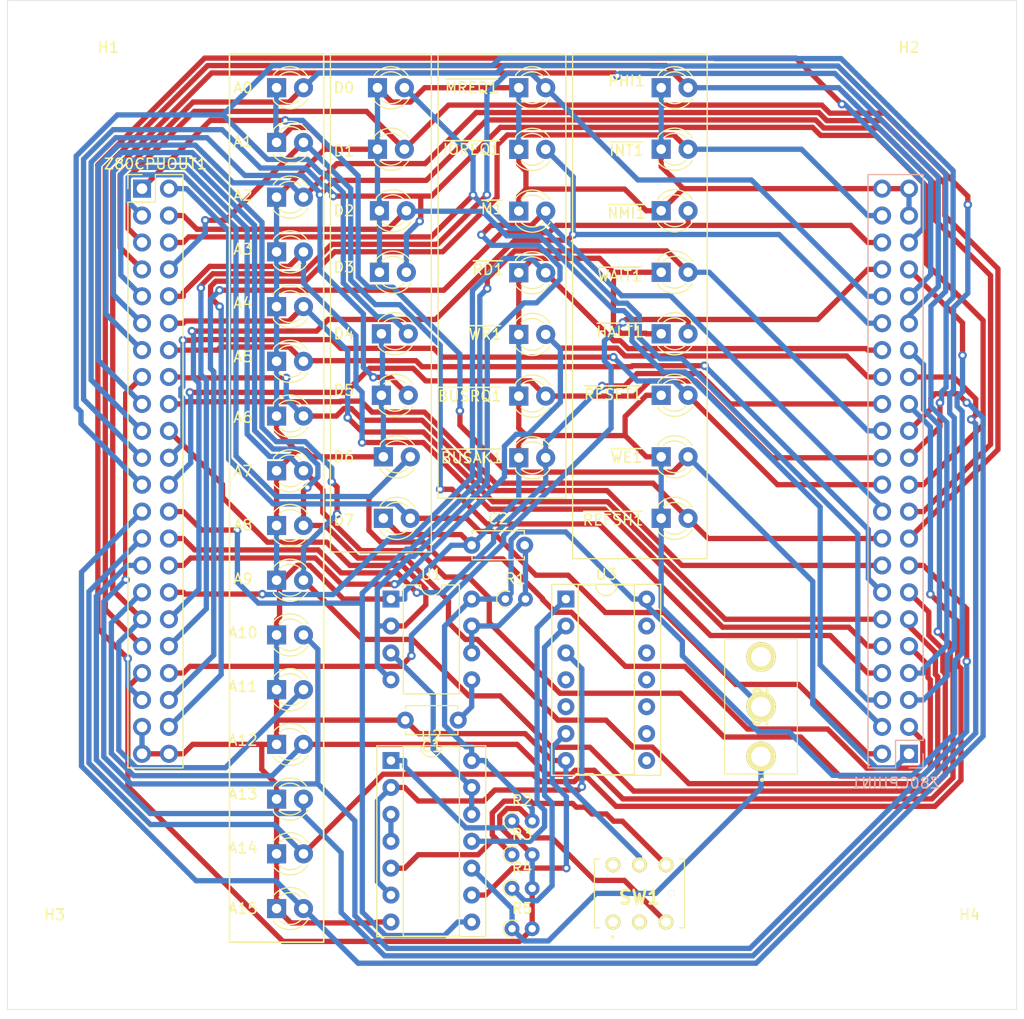
<source format=kicad_pcb>
(kicad_pcb (version 20171130) (host pcbnew "(5.1.6)-1")
  (layers (0 F.Cu signal) (31 B.Cu signal) (34 B.Paste user) (35 F.Paste user) (36 B.SilkS user) (37 F.SilkS user) (38 B.Mask user) (39 F.Mask user) (44 Edge.Cuts user))
  (net 0 "")
  (net 1 /A0)
  (net 2 GND)
  (net 3 /~INT)
  (net 4 ~NMI)
  (net 5 +9Vsm)
  (net 6 /~HALT)
  (net 7 VCC)
  (net 8 /~MREQ)
  (net 9 PHI)
  (net 10 /~IOREQ)
  (net 11 /A11)
  (net 12 /~RD)
  (net 13 /A12)
  (net 14 /~WR)
  (net 15 /A13)
  (net 16 /~BUSAK)
  (net 17 /A14)
  (net 18 /~WAIT)
  (net 19 /A15)
  (net 20 /~BUSRQ)
  (net 21 /D4)
  (net 22 ~RESET)
  (net 23 /D3)
  (net 24 /~M1)
  (net 25 /D5)
  (net 26 /~REFSH)
  (net 27 /A2)
  (net 28 /A6)
  (net 29 /A10)
  (net 30 /A5)
  (net 31 /A9)
  (net 32 /A4)
  (net 33 /A8)
  (net 34 /A3)
  (net 35 /A7)
  (net 36 /A1)
  (net 37 /D0)
  (net 38 /D1)
  (net 39 /D2)
  (net 40 /D6)
  (net 41 /D7)
  (net 42 /~WE)
  (net 43 "Net-(C1-Pad1)")
  (net 44 "Net-(C2-Pad2)")
  (net 45 "Net-(R2-Pad1)")
  (net 46 "Net-(R3-Pad1)")
  (net 47 "Net-(R4-Pad1)")
  (net 48 "Net-(R5-Pad1)")
  (net 49 "Net-(U1-Pad3)")
  (net 50 "Net-(U2-Pad2)")
  (net 51 "Net-(U2-Pad11)")
  (net 52 "Net-(U2-Pad3)")
  (net 53 "Net-(U2-Pad9)")
  (module MountingHole:MountingHole_3.5mm (layer F.Cu) (at 198.755 109.855)
    (fp_text reference H4 (at 0 -4.5) (layer F.SilkS))
    (fp_text value MountingHole)
    (pad 1 np_thru_hole circle (at 0 0) (size 3.5 3.5) (drill 3.5) (layers *.Cu *.Mask))
  )
  (module MountingHole:MountingHole_3.5mm (layer F.Cu) (at 112.395 109.855)
    (fp_text reference H3 (at 0 -4.5) (layer F.SilkS))
    (fp_text value MountingHole)
    (pad 1 np_thru_hole circle (at 0 0) (size 3.5 3.5) (drill 3.5) (layers *.Cu *.Mask))
  )
  (module MountingHole:MountingHole_3.5mm (layer F.Cu) (at 198.755 23.495)
    (fp_text reference H2 (at -5.715 0) (layer F.SilkS))
    (fp_text value MountingHole)
    (pad 1 np_thru_hole circle (at 0 0) (size 3.5 3.5) (drill 3.5) (layers *.Cu *.Mask))
  )
  (module MountingHole:MountingHole_3.5mm (layer F.Cu) (at 112.395 23.495)
    (fp_text reference H1 (at 5.08 0) (layer F.SilkS))
    (fp_text value MountingHole)
    (pad 1 np_thru_hole circle (at 0 0) (size 3.5 3.5) (drill 3.5) (layers *.Cu *.Mask))
  )
  (module Package_DIP:DIP-14_W7.62mm_Socket (layer F.Cu) (at 160.655 75.565)
    (fp_text reference U3 (at 3.81 -2.33) (layer F.SilkS))
    (fp_text value 74LS74)
    (pad 14 thru_hole oval (at 7.62 0) (size 1.6 1.6) (drill 0.8) (layers *.Cu *.Mask) (net 7 VCC))
    (pad 7 thru_hole oval (at 0 15.24) (size 1.6 1.6) (drill 0.8) (layers *.Cu *.Mask) (net 2 GND))
    (pad 13 thru_hole oval (at 7.62 2.54) (size 1.6 1.6) (drill 0.8) (layers *.Cu *.Mask))
    (pad 6 thru_hole oval (at 0 12.7) (size 1.6 1.6) (drill 0.8) (layers *.Cu *.Mask) (net 53 "Net-(U2-Pad9)"))
    (pad 12 thru_hole oval (at 7.62 5.08) (size 1.6 1.6) (drill 0.8) (layers *.Cu *.Mask))
    (pad 5 thru_hole oval (at 0 10.16) (size 1.6 1.6) (drill 0.8) (layers *.Cu *.Mask))
    (pad 11 thru_hole oval (at 7.62 7.62) (size 1.6 1.6) (drill 0.8) (layers *.Cu *.Mask))
    (pad 4 thru_hole oval (at 0 7.62) (size 1.6 1.6) (drill 0.8) (layers *.Cu *.Mask))
    (pad 10 thru_hole oval (at 7.62 10.16) (size 1.6 1.6) (drill 0.8) (layers *.Cu *.Mask))
    (pad 3 thru_hole oval (at 0 5.08) (size 1.6 1.6) (drill 0.8) (layers *.Cu *.Mask) (net 50 "Net-(U2-Pad2)"))
    (pad 9 thru_hole oval (at 7.62 12.7) (size 1.6 1.6) (drill 0.8) (layers *.Cu *.Mask))
    (pad 2 thru_hole oval (at 0 2.54) (size 1.6 1.6) (drill 0.8) (layers *.Cu *.Mask) (net 47 "Net-(R4-Pad1)"))
    (pad 8 thru_hole oval (at 7.62 15.24) (size 1.6 1.6) (drill 0.8) (layers *.Cu *.Mask))
    (pad 1 thru_hole rect (at 0 0) (size 1.6 1.6) (drill 0.8) (layers *.Cu *.Mask) (net 51 "Net-(U2-Pad11)"))
  )
  (module Package_DIP:DIP-14_W7.62mm_Socket (layer F.Cu) (at 144.145 90.805)
    (fp_text reference U2 (at 3.81 -2.33) (layer F.SilkS))
    (fp_text value 74LS74)
    (pad 14 thru_hole oval (at 7.62 0) (size 1.6 1.6) (drill 0.8) (layers *.Cu *.Mask) (net 7 VCC))
    (pad 7 thru_hole oval (at 0 15.24) (size 1.6 1.6) (drill 0.8) (layers *.Cu *.Mask) (net 2 GND))
    (pad 13 thru_hole oval (at 7.62 2.54) (size 1.6 1.6) (drill 0.8) (layers *.Cu *.Mask) (net 49 "Net-(U1-Pad3)"))
    (pad 6 thru_hole oval (at 0 12.7) (size 1.6 1.6) (drill 0.8) (layers *.Cu *.Mask) (net 50 "Net-(U2-Pad2)"))
    (pad 12 thru_hole oval (at 7.62 5.08) (size 1.6 1.6) (drill 0.8) (layers *.Cu *.Mask) (net 49 "Net-(U1-Pad3)"))
    (pad 5 thru_hole oval (at 0 10.16) (size 1.6 1.6) (drill 0.8) (layers *.Cu *.Mask) (net 46 "Net-(R3-Pad1)"))
    (pad 11 thru_hole oval (at 7.62 7.62) (size 1.6 1.6) (drill 0.8) (layers *.Cu *.Mask) (net 51 "Net-(U2-Pad11)"))
    (pad 4 thru_hole oval (at 0 7.62) (size 1.6 1.6) (drill 0.8) (layers *.Cu *.Mask) (net 52 "Net-(U2-Pad3)"))
    (pad 10 thru_hole oval (at 7.62 10.16) (size 1.6 1.6) (drill 0.8) (layers *.Cu *.Mask) (net 48 "Net-(R5-Pad1)"))
    (pad 3 thru_hole oval (at 0 5.08) (size 1.6 1.6) (drill 0.8) (layers *.Cu *.Mask) (net 52 "Net-(U2-Pad3)"))
    (pad 9 thru_hole oval (at 7.62 12.7) (size 1.6 1.6) (drill 0.8) (layers *.Cu *.Mask) (net 53 "Net-(U2-Pad9)"))
    (pad 2 thru_hole oval (at 0 2.54) (size 1.6 1.6) (drill 0.8) (layers *.Cu *.Mask) (net 50 "Net-(U2-Pad2)"))
    (pad 8 thru_hole oval (at 7.62 15.24) (size 1.6 1.6) (drill 0.8) (layers *.Cu *.Mask) (net 18 /~WAIT))
    (pad 1 thru_hole rect (at 0 0) (size 1.6 1.6) (drill 0.8) (layers *.Cu *.Mask) (net 45 "Net-(R2-Pad1)"))
  )
  (module Package_DIP:DIP-8_W7.62mm (layer F.Cu) (at 144.145 75.565)
    (fp_text reference U1 (at 3.81 -2.33) (layer F.SilkS))
    (fp_text value NE555P)
    (pad 8 thru_hole oval (at 7.62 0) (size 1.6 1.6) (drill 0.8) (layers *.Cu *.Mask) (net 7 VCC))
    (pad 4 thru_hole oval (at 0 7.62) (size 1.6 1.6) (drill 0.8) (layers *.Cu *.Mask) (net 24 /~M1))
    (pad 7 thru_hole oval (at 7.62 2.54) (size 1.6 1.6) (drill 0.8) (layers *.Cu *.Mask) (net 44 "Net-(C2-Pad2)"))
    (pad 3 thru_hole oval (at 0 5.08) (size 1.6 1.6) (drill 0.8) (layers *.Cu *.Mask) (net 49 "Net-(U1-Pad3)"))
    (pad 6 thru_hole oval (at 7.62 5.08) (size 1.6 1.6) (drill 0.8) (layers *.Cu *.Mask) (net 44 "Net-(C2-Pad2)"))
    (pad 2 thru_hole oval (at 0 2.54) (size 1.6 1.6) (drill 0.8) (layers *.Cu *.Mask) (net 24 /~M1))
    (pad 5 thru_hole oval (at 7.62 7.62) (size 1.6 1.6) (drill 0.8) (layers *.Cu *.Mask) (net 43 "Net-(C1-Pad1)"))
    (pad 1 thru_hole rect (at 0 0) (size 1.6 1.6) (drill 0.8) (layers *.Cu *.Mask) (net 2 GND))
  )
  (module SamacSys_Parts_l:100SP1T1B4M2QE (layer F.Cu) (at 179.07 85.725 90)
    (fp_text reference SW2 (at 0 0 90) (layer F.SilkS) (effects (font (size 1.27 1.27) (thickness 0.254))))
    (fp_text value SW_SPDT hide)
    (pad 3 thru_hole circle (at 4.7 0 180) (size 2.775 2.775) (drill 1.85) (layers *.Cu *.Mask F.SilkS))
    (pad 2 thru_hole circle (at 0 0 180) (size 2.775 2.775) (drill 1.85) (layers *.Cu *.Mask F.SilkS) (net 2 GND))
    (pad 1 thru_hole circle (at -4.7 0 180) (size 2.775 2.775) (drill 1.85) (layers *.Cu *.Mask F.SilkS) (net 48 "Net-(R5-Pad1)"))
  )
  (module SamacSys_Parts_l:SPPH430200 (layer F.Cu) (at 165.1 106.045)
    (fp_text reference SW1 (at 2.5 -2.325) (layer F.SilkS) (effects (font (size 1.27 1.27) (thickness 0.254))))
    (fp_text value SW_Push_SPDT hide)
    (pad MH1 thru_hole circle (at 5.5 -2.7 90) (size 0.6 0.6) (drill 1.2) (layers *.Cu *.Mask F.SilkS))
    (pad 6 thru_hole circle (at 5 -5.4 90) (size 1.4 1.4) (drill 0.9) (layers *.Cu *.Mask F.SilkS) (net 46 "Net-(R3-Pad1)"))
    (pad 5 thru_hole circle (at 2.5 -5.4 90) (size 1.4 1.4) (drill 0.9) (layers *.Cu *.Mask F.SilkS) (net 2 GND))
    (pad 4 thru_hole circle (at 0 -5.4 90) (size 1.4 1.4) (drill 0.9) (layers *.Cu *.Mask F.SilkS))
    (pad 3 thru_hole circle (at 5 0 90) (size 1.4 1.4) (drill 0.9) (layers *.Cu *.Mask F.SilkS) (net 45 "Net-(R2-Pad1)"))
    (pad 2 thru_hole circle (at 2.5 0 90) (size 1.4 1.4) (drill 0.9) (layers *.Cu *.Mask F.SilkS))
    (pad 1 thru_hole circle (at 0 0 90) (size 1.4 1.4) (drill 0.9) (layers *.Cu *.Mask F.SilkS))
  )
  (module Resistor_THT:R_Axial_DIN0204_L3.6mm_D1.6mm_P1.90mm_Vertical (layer F.Cu) (at 155.575 106.68)
    (fp_text reference R5 (at 0.95 -1.92) (layer F.SilkS))
    (fp_text value 10k)
    (pad 2 thru_hole oval (at 1.9 0) (size 1.4 1.4) (drill 0.7) (layers *.Cu *.Mask) (net 7 VCC))
    (pad 1 thru_hole circle (at 0 0) (size 1.4 1.4) (drill 0.7) (layers *.Cu *.Mask) (net 48 "Net-(R5-Pad1)"))
  )
  (module Resistor_THT:R_Axial_DIN0204_L3.6mm_D1.6mm_P1.90mm_Vertical (layer F.Cu) (at 155.575 102.87)
    (fp_text reference R4 (at 0.95 -1.92) (layer F.SilkS))
    (fp_text value 10k)
    (pad 2 thru_hole oval (at 1.9 0) (size 1.4 1.4) (drill 0.7) (layers *.Cu *.Mask) (net 7 VCC))
    (pad 1 thru_hole circle (at 0 0) (size 1.4 1.4) (drill 0.7) (layers *.Cu *.Mask) (net 47 "Net-(R4-Pad1)"))
  )
  (module Resistor_THT:R_Axial_DIN0204_L3.6mm_D1.6mm_P1.90mm_Vertical (layer F.Cu) (at 155.575 99.695)
    (fp_text reference R3 (at 0.95 -1.92) (layer F.SilkS))
    (fp_text value 10k)
    (pad 2 thru_hole oval (at 1.9 0) (size 1.4 1.4) (drill 0.7) (layers *.Cu *.Mask) (net 7 VCC))
    (pad 1 thru_hole circle (at 0 0) (size 1.4 1.4) (drill 0.7) (layers *.Cu *.Mask) (net 46 "Net-(R3-Pad1)"))
  )
  (module Resistor_THT:R_Axial_DIN0204_L3.6mm_D1.6mm_P1.90mm_Vertical (layer F.Cu) (at 155.575 96.52)
    (fp_text reference R2 (at 0.95 -1.92) (layer F.SilkS))
    (fp_text value 10k)
    (pad 2 thru_hole oval (at 1.9 0) (size 1.4 1.4) (drill 0.7) (layers *.Cu *.Mask) (net 7 VCC))
    (pad 1 thru_hole circle (at 0 0) (size 1.4 1.4) (drill 0.7) (layers *.Cu *.Mask) (net 45 "Net-(R2-Pad1)"))
  )
  (module Resistor_THT:R_Axial_DIN0204_L3.6mm_D1.6mm_P1.90mm_Vertical (layer F.Cu) (at 154.94 75.565)
    (fp_text reference R1 (at 0.95 -1.92) (layer F.SilkS))
    (fp_text value 10k)
    (pad 2 thru_hole oval (at 1.9 0) (size 1.4 1.4) (drill 0.7) (layers *.Cu *.Mask) (net 44 "Net-(C2-Pad2)"))
    (pad 1 thru_hole circle (at 0 0) (size 1.4 1.4) (drill 0.7) (layers *.Cu *.Mask) (net 7 VCC))
  )
  (module Capacitor_THT:C_Disc_D4.7mm_W2.5mm_P5.00mm (layer F.Cu) (at 151.765 70.485)
    (fp_text reference C2 (at 2.5 -2.5) (layer F.SilkS))
    (fp_text value 10n)
    (pad 2 thru_hole circle (at 5 0) (size 1.6 1.6) (drill 0.8) (layers *.Cu *.Mask) (net 44 "Net-(C2-Pad2)"))
    (pad 1 thru_hole circle (at 0 0) (size 1.6 1.6) (drill 0.8) (layers *.Cu *.Mask) (net 2 GND))
  )
  (module Capacitor_THT:C_Disc_D4.7mm_W2.5mm_P5.00mm (layer F.Cu) (at 150.495 86.995 180)
    (fp_text reference C1 (at 2.5 -2.5) (layer F.SilkS))
    (fp_text value 10n)
    (pad 2 thru_hole circle (at 5 0 180) (size 1.6 1.6) (drill 0.8) (layers *.Cu *.Mask) (net 2 GND))
    (pad 1 thru_hole circle (at 0 0 180) (size 1.6 1.6) (drill 0.8) (layers *.Cu *.Mask) (net 43 "Net-(C1-Pad1)"))
  )
  (module LED_THT:LED_D3.0mm (layer F.Cu) (at 156.21 50.5883)
    (fp_text reference ~WR1 (at -3.175 0) (layer F.SilkS))
    (fp_text value LED)
    (pad 2 thru_hole circle (at 2.54 0) (size 1.8 1.8) (drill 0.9) (layers *.Cu *.Mask) (net 14 /~WR))
    (pad 1 thru_hole rect (at 0 0) (size 1.8 1.8) (drill 0.9) (layers *.Cu *.Mask) (net 2 GND))
  )
  (module LED_THT:LED_D3.0mm (layer F.Cu) (at 169.65 62.1393)
    (fp_text reference ~WE1 (at -3.28 0.050716) (layer F.SilkS))
    (fp_text value LED)
    (pad 2 thru_hole circle (at 2.54 0) (size 1.8 1.8) (drill 0.9) (layers *.Cu *.Mask) (net 42 /~WE))
    (pad 1 thru_hole rect (at 0 0) (size 1.8 1.8) (drill 0.9) (layers *.Cu *.Mask) (net 2 GND))
  )
  (module LED_THT:LED_D3.0mm (layer F.Cu) (at 169.65 44.7221)
    (fp_text reference ~WAIT1 (at -3.915 0.342858) (layer F.SilkS))
    (fp_text value LED)
    (pad 2 thru_hole circle (at 2.54 0) (size 1.8 1.8) (drill 0.9) (layers *.Cu *.Mask) (net 18 /~WAIT))
    (pad 1 thru_hole rect (at 0 0) (size 1.8 1.8) (drill 0.9) (layers *.Cu *.Mask) (net 2 GND))
  )
  (module LED_THT:LED_D3.0mm (layer F.Cu) (at 169.65 56.3336)
    (fp_text reference ~RESET1 (at -4.55 -0.06357) (layer F.SilkS))
    (fp_text value LED)
    (pad 2 thru_hole circle (at 2.54 0) (size 1.8 1.8) (drill 0.9) (layers *.Cu *.Mask) (net 22 ~RESET))
    (pad 1 thru_hole rect (at 0 0) (size 1.8 1.8) (drill 0.9) (layers *.Cu *.Mask) (net 2 GND))
  )
  (module LED_THT:LED_D3.0mm (layer F.Cu) (at 169.65 67.945)
    (fp_text reference ~REFSH1 (at -4.55 0.165) (layer F.SilkS))
    (fp_text value LED)
    (pad 2 thru_hole circle (at 2.54 0) (size 1.8 1.8) (drill 0.9) (layers *.Cu *.Mask) (net 26 /~REFSH))
    (pad 1 thru_hole rect (at 0 0) (size 1.8 1.8) (drill 0.9) (layers *.Cu *.Mask) (net 2 GND))
  )
  (module LED_THT:LED_D3.0mm (layer F.Cu) (at 156.21 44.7675)
    (fp_text reference ~RD1 (at -2.91 -0.305) (layer F.SilkS))
    (fp_text value LED)
    (pad 2 thru_hole circle (at 2.54 0) (size 1.8 1.8) (drill 0.9) (layers *.Cu *.Mask) (net 12 /~RD))
    (pad 1 thru_hole rect (at 0 0) (size 1.8 1.8) (drill 0.9) (layers *.Cu *.Mask) (net 2 GND))
  )
  (module LED_THT:LED_D3.0mm (layer F.Cu) (at 169.65 38.9164)
    (fp_text reference ~NMI1 (at -3.28 0.228572) (layer F.SilkS))
    (fp_text value LED)
    (pad 2 thru_hole circle (at 2.54 0) (size 1.8 1.8) (drill 0.9) (layers *.Cu *.Mask) (net 4 ~NMI))
    (pad 1 thru_hole rect (at 0 0) (size 1.8 1.8) (drill 0.9) (layers *.Cu *.Mask) (net 2 GND))
  )
  (module LED_THT:LED_D3.0mm (layer F.Cu) (at 156.21 27.305)
    (fp_text reference ~MREQ1 (at -4.445 0) (layer F.SilkS))
    (fp_text value LED)
    (pad 2 thru_hole circle (at 2.54 0) (size 1.8 1.8) (drill 0.9) (layers *.Cu *.Mask) (net 8 /~MREQ))
    (pad 1 thru_hole rect (at 0 0) (size 1.8 1.8) (drill 0.9) (layers *.Cu *.Mask) (net 2 GND))
  )
  (module LED_THT:LED_D3.0mm (layer F.Cu) (at 156.21 38.9467)
    (fp_text reference ~M1 (at -2.54 -0.2117) (layer F.SilkS))
    (fp_text value LED)
    (pad 2 thru_hole circle (at 2.54 0) (size 1.8 1.8) (drill 0.9) (layers *.Cu *.Mask) (net 24 /~M1))
    (pad 1 thru_hole rect (at 0 0) (size 1.8 1.8) (drill 0.9) (layers *.Cu *.Mask) (net 2 GND))
  )
  (module LED_THT:LED_D3.0mm (layer F.Cu) (at 156.21 33.1258)
    (fp_text reference ~IOREQ1 (at -4.445 0) (layer F.SilkS))
    (fp_text value LED)
    (pad 2 thru_hole circle (at 2.54 0) (size 1.8 1.8) (drill 0.9) (layers *.Cu *.Mask) (net 10 /~IOREQ))
    (pad 1 thru_hole rect (at 0 0) (size 1.8 1.8) (drill 0.9) (layers *.Cu *.Mask) (net 2 GND))
  )
  (module LED_THT:LED_D3.0mm (layer F.Cu) (at 169.65 33.1107)
    (fp_text reference ~INT1 (at -3.28 0.114286) (layer F.SilkS))
    (fp_text value LED)
    (pad 2 thru_hole circle (at 2.54 0) (size 1.8 1.8) (drill 0.9) (layers *.Cu *.Mask) (net 3 /~INT))
    (pad 1 thru_hole rect (at 0 0) (size 1.8 1.8) (drill 0.9) (layers *.Cu *.Mask) (net 2 GND))
  )
  (module LED_THT:LED_D3.0mm (layer F.Cu) (at 169.65 50.5279)
    (fp_text reference ~HALT1 (at -3.915 -0.177856) (layer F.SilkS))
    (fp_text value LED)
    (pad 2 thru_hole circle (at 2.54 0) (size 1.8 1.8) (drill 0.9) (layers *.Cu *.Mask) (net 6 /~HALT))
    (pad 1 thru_hole rect (at 0 0) (size 1.8 1.8) (drill 0.9) (layers *.Cu *.Mask) (net 2 GND))
  )
  (module LED_THT:LED_D3.0mm (layer F.Cu) (at 156.21 56.4092)
    (fp_text reference ~BUSRQ1 (at -4.63 0) (layer F.SilkS))
    (fp_text value LED)
    (pad 2 thru_hole circle (at 2.54 0) (size 1.8 1.8) (drill 0.9) (layers *.Cu *.Mask) (net 20 /~BUSRQ))
    (pad 1 thru_hole rect (at 0 0) (size 1.8 1.8) (drill 0.9) (layers *.Cu *.Mask) (net 2 GND))
  )
  (module LED_THT:LED_D3.0mm (layer F.Cu) (at 156.21 62.23)
    (fp_text reference ~BUSAK1 (at -4.445 0) (layer F.SilkS))
    (fp_text value LED)
    (pad 2 thru_hole circle (at 2.54 0) (size 1.8 1.8) (drill 0.9) (layers *.Cu *.Mask) (net 16 /~BUSAK))
    (pad 1 thru_hole rect (at 0 0) (size 1.8 1.8) (drill 0.9) (layers *.Cu *.Mask) (net 2 GND))
  )
  (module LED_THT:LED_D3.0mm (layer F.Cu) (at 169.65 27.305)
    (fp_text reference PHI1 (at -3.28 -0.635) (layer F.SilkS))
    (fp_text value LED)
    (pad 2 thru_hole circle (at 2.54 0) (size 1.8 1.8) (drill 0.9) (layers *.Cu *.Mask) (net 9 PHI))
    (pad 1 thru_hole rect (at 0 0) (size 1.8 1.8) (drill 0.9) (layers *.Cu *.Mask) (net 2 GND))
  )
  (module LED_THT:LED_D3.0mm (layer F.Cu) (at 143.43 67.945)
    (fp_text reference D7 (at -3.73 0.165) (layer F.SilkS))
    (fp_text value LED)
    (pad 2 thru_hole circle (at 2.54 0) (size 1.8 1.8) (drill 0.9) (layers *.Cu *.Mask) (net 41 /D7))
    (pad 1 thru_hole rect (at 0 0) (size 1.8 1.8) (drill 0.9) (layers *.Cu *.Mask) (net 2 GND))
  )
  (module LED_THT:LED_D3.0mm (layer F.Cu) (at 143.43 62.1393)
    (fp_text reference D6 (at -3.73 0) (layer F.SilkS))
    (fp_text value LED)
    (pad 2 thru_hole circle (at 2.54 0) (size 1.8 1.8) (drill 0.9) (layers *.Cu *.Mask) (net 40 /D6))
    (pad 1 thru_hole rect (at 0 0) (size 1.8 1.8) (drill 0.9) (layers *.Cu *.Mask) (net 2 GND))
  )
  (module LED_THT:LED_D3.0mm (layer F.Cu) (at 143.245 56.3336)
    (fp_text reference D5 (at -3.545 -0.47) (layer F.SilkS))
    (fp_text value LED)
    (pad 2 thru_hole circle (at 2.54 0) (size 1.8 1.8) (drill 0.9) (layers *.Cu *.Mask) (net 25 /D5))
    (pad 1 thru_hole rect (at 0 0) (size 1.8 1.8) (drill 0.9) (layers *.Cu *.Mask) (net 2 GND))
  )
  (module LED_THT:LED_D3.0mm (layer F.Cu) (at 143.245 50.5279)
    (fp_text reference D4 (at -3.545 0) (layer F.SilkS))
    (fp_text value LED)
    (pad 2 thru_hole circle (at 2.54 0) (size 1.8 1.8) (drill 0.9) (layers *.Cu *.Mask) (net 21 /D4))
    (pad 1 thru_hole rect (at 0 0) (size 1.8 1.8) (drill 0.9) (layers *.Cu *.Mask) (net 2 GND))
  )
  (module LED_THT:LED_D3.0mm (layer F.Cu) (at 143.06 44.7221)
    (fp_text reference D3 (at -3.36 -0.47) (layer F.SilkS))
    (fp_text value LED)
    (pad 2 thru_hole circle (at 2.54 0) (size 1.8 1.8) (drill 0.9) (layers *.Cu *.Mask) (net 23 /D3))
    (pad 1 thru_hole rect (at 0 0) (size 1.8 1.8) (drill 0.9) (layers *.Cu *.Mask) (net 2 GND))
  )
  (module LED_THT:LED_D3.0mm (layer F.Cu) (at 143.06 38.9164)
    (fp_text reference D2 (at -3.36 0) (layer F.SilkS))
    (fp_text value LED)
    (pad 2 thru_hole circle (at 2.54 0) (size 1.8 1.8) (drill 0.9) (layers *.Cu *.Mask) (net 39 /D2))
    (pad 1 thru_hole rect (at 0 0) (size 1.8 1.8) (drill 0.9) (layers *.Cu *.Mask) (net 2 GND))
  )
  (module LED_THT:LED_D3.0mm (layer F.Cu) (at 142.875 33.1107)
    (fp_text reference D1 (at -3.175 0.165) (layer F.SilkS))
    (fp_text value LED)
    (pad 2 thru_hole circle (at 2.54 0) (size 1.8 1.8) (drill 0.9) (layers *.Cu *.Mask) (net 38 /D1))
    (pad 1 thru_hole rect (at 0 0) (size 1.8 1.8) (drill 0.9) (layers *.Cu *.Mask) (net 2 GND))
  )
  (module LED_THT:LED_D3.0mm (layer F.Cu) (at 142.875 27.305)
    (fp_text reference D0 (at -3.175 0) (layer F.SilkS))
    (fp_text value LED)
    (pad 2 thru_hole circle (at 2.54 0) (size 1.8 1.8) (drill 0.9) (layers *.Cu *.Mask) (net 37 /D0))
    (pad 1 thru_hole rect (at 0 0) (size 1.8 1.8) (drill 0.9) (layers *.Cu *.Mask) (net 2 GND))
  )
  (module LED_THT:LED_D3.0mm (layer F.Cu) (at 133.35 104.775)
    (fp_text reference A15 (at -3.175 0) (layer F.SilkS))
    (fp_text value LED)
    (pad 2 thru_hole circle (at 2.54 0) (size 1.8 1.8) (drill 0.9) (layers *.Cu *.Mask) (net 19 /A15))
    (pad 1 thru_hole rect (at 0 0) (size 1.8 1.8) (drill 0.9) (layers *.Cu *.Mask) (net 2 GND))
  )
  (module LED_THT:LED_D3.0mm (layer F.Cu) (at 133.35 99.61)
    (fp_text reference A14 (at -3.175 -0.550324) (layer F.SilkS))
    (fp_text value LED)
    (pad 2 thru_hole circle (at 2.54 0) (size 1.8 1.8) (drill 0.9) (layers *.Cu *.Mask) (net 17 /A14))
    (pad 1 thru_hole rect (at 0 0) (size 1.8 1.8) (drill 0.9) (layers *.Cu *.Mask) (net 2 GND))
  )
  (module LED_THT:LED_D3.0mm (layer F.Cu) (at 133.35 94.4457)
    (fp_text reference A13 (at -3.175 -0.465658) (layer F.SilkS))
    (fp_text value LED)
    (pad 2 thru_hole circle (at 2.54 0) (size 1.8 1.8) (drill 0.9) (layers *.Cu *.Mask) (net 15 /A13))
    (pad 1 thru_hole rect (at 0 0) (size 1.8 1.8) (drill 0.9) (layers *.Cu *.Mask) (net 2 GND))
  )
  (module LED_THT:LED_D3.0mm (layer F.Cu) (at 133.35 89.281)
    (fp_text reference A12 (at -3.175 -0.380992) (layer F.SilkS))
    (fp_text value LED)
    (pad 2 thru_hole circle (at 2.54 0) (size 1.8 1.8) (drill 0.9) (layers *.Cu *.Mask) (net 13 /A12))
    (pad 1 thru_hole rect (at 0 0) (size 1.8 1.8) (drill 0.9) (layers *.Cu *.Mask) (net 2 GND))
  )
  (module LED_THT:LED_D3.0mm (layer F.Cu) (at 133.35 84.1163)
    (fp_text reference A11 (at -3.175 -0.296326) (layer F.SilkS))
    (fp_text value LED)
    (pad 2 thru_hole circle (at 2.54 0) (size 1.8 1.8) (drill 0.9) (layers *.Cu *.Mask) (net 11 /A11))
    (pad 1 thru_hole rect (at 0 0) (size 1.8 1.8) (drill 0.9) (layers *.Cu *.Mask) (net 2 GND))
  )
  (module LED_THT:LED_D3.0mm (layer F.Cu) (at 133.35 78.9517)
    (fp_text reference A10 (at -3.175 -0.21166) (layer F.SilkS))
    (fp_text value LED)
    (pad 2 thru_hole circle (at 2.54 0) (size 1.8 1.8) (drill 0.9) (layers *.Cu *.Mask) (net 29 /A10))
    (pad 1 thru_hole rect (at 0 0) (size 1.8 1.8) (drill 0.9) (layers *.Cu *.Mask) (net 2 GND))
  )
  (module LED_THT:LED_D3.0mm (layer F.Cu) (at 133.35 73.787)
    (fp_text reference A9 (at -3.175 -0.126994) (layer F.SilkS))
    (fp_text value LED)
    (pad 2 thru_hole circle (at 2.54 0) (size 1.8 1.8) (drill 0.9) (layers *.Cu *.Mask) (net 31 /A9))
    (pad 1 thru_hole rect (at 0 0) (size 1.8 1.8) (drill 0.9) (layers *.Cu *.Mask) (net 2 GND))
  )
  (module LED_THT:LED_D3.0mm (layer F.Cu) (at 133.35 68.6223)
    (fp_text reference A8 (at -3.175 -0.042328) (layer F.SilkS))
    (fp_text value LED)
    (pad 2 thru_hole circle (at 2.54 0) (size 1.8 1.8) (drill 0.9) (layers *.Cu *.Mask) (net 33 /A8))
    (pad 1 thru_hole rect (at 0 0) (size 1.8 1.8) (drill 0.9) (layers *.Cu *.Mask) (net 2 GND))
  )
  (module LED_THT:LED_D3.0mm (layer F.Cu) (at 133.35 63.4577)
    (fp_text reference A7 (at -3.175 0.042338) (layer F.SilkS))
    (fp_text value LED)
    (pad 2 thru_hole circle (at 2.54 0) (size 1.8 1.8) (drill 0.9) (layers *.Cu *.Mask) (net 35 /A7))
    (pad 1 thru_hole rect (at 0 0) (size 1.8 1.8) (drill 0.9) (layers *.Cu *.Mask) (net 2 GND))
  )
  (module LED_THT:LED_D3.0mm (layer F.Cu) (at 133.35 58.293)
    (fp_text reference A6 (at -3.175 0.127004) (layer F.SilkS))
    (fp_text value LED)
    (pad 2 thru_hole circle (at 2.54 0) (size 1.8 1.8) (drill 0.9) (layers *.Cu *.Mask) (net 28 /A6))
    (pad 1 thru_hole rect (at 0 0) (size 1.8 1.8) (drill 0.9) (layers *.Cu *.Mask) (net 2 GND))
  )
  (module LED_THT:LED_D3.0mm (layer F.Cu) (at 133.35 53.1283)
    (fp_text reference A5 (at -3.175 -0.42333) (layer F.SilkS))
    (fp_text value LED)
    (pad 2 thru_hole circle (at 2.54 0) (size 1.8 1.8) (drill 0.9) (layers *.Cu *.Mask) (net 30 /A5))
    (pad 1 thru_hole rect (at 0 0) (size 1.8 1.8) (drill 0.9) (layers *.Cu *.Mask) (net 2 GND))
  )
  (module LED_THT:LED_D3.0mm (layer F.Cu) (at 133.35 47.9637)
    (fp_text reference A4 (at -3.175 -0.338664) (layer F.SilkS))
    (fp_text value LED)
    (pad 2 thru_hole circle (at 2.54 0) (size 1.8 1.8) (drill 0.9) (layers *.Cu *.Mask) (net 32 /A4))
    (pad 1 thru_hole rect (at 0 0) (size 1.8 1.8) (drill 0.9) (layers *.Cu *.Mask) (net 2 GND))
  )
  (module LED_THT:LED_D3.0mm (layer F.Cu) (at 133.35 42.799)
    (fp_text reference A3 (at -3.175 -0.253998) (layer F.SilkS))
    (fp_text value LED)
    (pad 2 thru_hole circle (at 2.54 0) (size 1.8 1.8) (drill 0.9) (layers *.Cu *.Mask) (net 34 /A3))
    (pad 1 thru_hole rect (at 0 0) (size 1.8 1.8) (drill 0.9) (layers *.Cu *.Mask) (net 2 GND))
  )
  (module LED_THT:LED_D3.0mm (layer F.Cu) (at 133.35 37.6343)
    (fp_text reference A2 (at -3.175 -0.169332) (layer F.SilkS))
    (fp_text value LED)
    (pad 2 thru_hole circle (at 2.54 0) (size 1.8 1.8) (drill 0.9) (layers *.Cu *.Mask) (net 27 /A2))
    (pad 1 thru_hole rect (at 0 0) (size 1.8 1.8) (drill 0.9) (layers *.Cu *.Mask) (net 2 GND))
  )
  (module LED_THT:LED_D3.0mm (layer F.Cu) (at 133.35 32.4697)
    (fp_text reference A1 (at -3.175 -0.084666) (layer F.SilkS))
    (fp_text value LED)
    (pad 2 thru_hole circle (at 2.54 0) (size 1.8 1.8) (drill 0.9) (layers *.Cu *.Mask) (net 36 /A1))
    (pad 1 thru_hole rect (at 0 0) (size 1.8 1.8) (drill 0.9) (layers *.Cu *.Mask) (net 2 GND))
  )
  (module Connector_PinHeader_2.54mm:PinHeader_2x22_P2.54mm_Vertical (layer F.Cu) (at 120.65 36.83)
    (fp_text reference Z80CPUOUT1 (at 1.27 -2.33) (layer F.SilkS))
    (fp_text value Conn_02x22_Odd_Even)
    (pad 44 thru_hole oval (at 2.54 53.34) (size 1.7 1.7) (drill 1) (layers *.Cu *.Mask) (net 2 GND))
    (pad 43 thru_hole oval (at 0 53.34) (size 1.7 1.7) (drill 1) (layers *.Cu *.Mask) (net 2 GND))
    (pad 42 thru_hole oval (at 2.54 50.8) (size 1.7 1.7) (drill 1) (layers *.Cu *.Mask) (net 3 /~INT))
    (pad 41 thru_hole oval (at 0 50.8) (size 1.7 1.7) (drill 1) (layers *.Cu *.Mask) (net 2 GND))
    (pad 40 thru_hole oval (at 2.54 48.26) (size 1.7 1.7) (drill 1) (layers *.Cu *.Mask) (net 4 ~NMI))
    (pad 39 thru_hole oval (at 0 48.26) (size 1.7 1.7) (drill 1) (layers *.Cu *.Mask) (net 5 +9Vsm))
    (pad 38 thru_hole oval (at 2.54 45.72) (size 1.7 1.7) (drill 1) (layers *.Cu *.Mask) (net 6 /~HALT))
    (pad 37 thru_hole oval (at 0 45.72) (size 1.7 1.7) (drill 1) (layers *.Cu *.Mask) (net 7 VCC))
    (pad 36 thru_hole oval (at 2.54 43.18) (size 1.7 1.7) (drill 1) (layers *.Cu *.Mask) (net 8 /~MREQ))
    (pad 35 thru_hole oval (at 0 43.18) (size 1.7 1.7) (drill 1) (layers *.Cu *.Mask) (net 9 PHI))
    (pad 34 thru_hole oval (at 2.54 40.64) (size 1.7 1.7) (drill 1) (layers *.Cu *.Mask) (net 10 /~IOREQ))
    (pad 33 thru_hole oval (at 0 40.64) (size 1.7 1.7) (drill 1) (layers *.Cu *.Mask) (net 11 /A11))
    (pad 32 thru_hole oval (at 2.54 38.1) (size 1.7 1.7) (drill 1) (layers *.Cu *.Mask) (net 12 /~RD))
    (pad 31 thru_hole oval (at 0 38.1) (size 1.7 1.7) (drill 1) (layers *.Cu *.Mask) (net 13 /A12))
    (pad 30 thru_hole oval (at 2.54 35.56) (size 1.7 1.7) (drill 1) (layers *.Cu *.Mask) (net 14 /~WR))
    (pad 29 thru_hole oval (at 0 35.56) (size 1.7 1.7) (drill 1) (layers *.Cu *.Mask) (net 15 /A13))
    (pad 28 thru_hole oval (at 2.54 33.02) (size 1.7 1.7) (drill 1) (layers *.Cu *.Mask) (net 16 /~BUSAK))
    (pad 27 thru_hole oval (at 0 33.02) (size 1.7 1.7) (drill 1) (layers *.Cu *.Mask) (net 17 /A14))
    (pad 26 thru_hole oval (at 2.54 30.48) (size 1.7 1.7) (drill 1) (layers *.Cu *.Mask) (net 18 /~WAIT))
    (pad 25 thru_hole oval (at 0 30.48) (size 1.7 1.7) (drill 1) (layers *.Cu *.Mask) (net 19 /A15))
    (pad 24 thru_hole oval (at 2.54 27.94) (size 1.7 1.7) (drill 1) (layers *.Cu *.Mask) (net 20 /~BUSRQ))
    (pad 23 thru_hole oval (at 0 27.94) (size 1.7 1.7) (drill 1) (layers *.Cu *.Mask) (net 21 /D4))
    (pad 22 thru_hole oval (at 2.54 25.4) (size 1.7 1.7) (drill 1) (layers *.Cu *.Mask) (net 22 ~RESET))
    (pad 21 thru_hole oval (at 0 25.4) (size 1.7 1.7) (drill 1) (layers *.Cu *.Mask) (net 23 /D3))
    (pad 20 thru_hole oval (at 2.54 22.86) (size 1.7 1.7) (drill 1) (layers *.Cu *.Mask) (net 24 /~M1))
    (pad 19 thru_hole oval (at 0 22.86) (size 1.7 1.7) (drill 1) (layers *.Cu *.Mask) (net 25 /D5))
    (pad 18 thru_hole oval (at 2.54 20.32) (size 1.7 1.7) (drill 1) (layers *.Cu *.Mask) (net 26 /~REFSH))
    (pad 17 thru_hole oval (at 0 20.32) (size 1.7 1.7) (drill 1) (layers *.Cu *.Mask) (net 27 /A2))
    (pad 16 thru_hole oval (at 2.54 17.78) (size 1.7 1.7) (drill 1) (layers *.Cu *.Mask) (net 28 /A6))
    (pad 15 thru_hole oval (at 0 17.78) (size 1.7 1.7) (drill 1) (layers *.Cu *.Mask) (net 29 /A10))
    (pad 14 thru_hole oval (at 2.54 15.24) (size 1.7 1.7) (drill 1) (layers *.Cu *.Mask) (net 30 /A5))
    (pad 13 thru_hole oval (at 0 15.24) (size 1.7 1.7) (drill 1) (layers *.Cu *.Mask) (net 31 /A9))
    (pad 12 thru_hole oval (at 2.54 12.7) (size 1.7 1.7) (drill 1) (layers *.Cu *.Mask) (net 32 /A4))
    (pad 11 thru_hole oval (at 0 12.7) (size 1.7 1.7) (drill 1) (layers *.Cu *.Mask) (net 33 /A8))
    (pad 10 thru_hole oval (at 2.54 10.16) (size 1.7 1.7) (drill 1) (layers *.Cu *.Mask) (net 34 /A3))
    (pad 9 thru_hole oval (at 0 10.16) (size 1.7 1.7) (drill 1) (layers *.Cu *.Mask) (net 35 /A7))
    (pad 8 thru_hole oval (at 2.54 7.62) (size 1.7 1.7) (drill 1) (layers *.Cu *.Mask) (net 36 /A1))
    (pad 7 thru_hole oval (at 0 7.62) (size 1.7 1.7) (drill 1) (layers *.Cu *.Mask) (net 1 /A0))
    (pad 6 thru_hole oval (at 2.54 5.08) (size 1.7 1.7) (drill 1) (layers *.Cu *.Mask) (net 37 /D0))
    (pad 5 thru_hole oval (at 0 5.08) (size 1.7 1.7) (drill 1) (layers *.Cu *.Mask) (net 38 /D1))
    (pad 4 thru_hole oval (at 2.54 2.54) (size 1.7 1.7) (drill 1) (layers *.Cu *.Mask) (net 39 /D2))
    (pad 3 thru_hole oval (at 0 2.54) (size 1.7 1.7) (drill 1) (layers *.Cu *.Mask) (net 40 /D6))
    (pad 2 thru_hole oval (at 2.54 0) (size 1.7 1.7) (drill 1) (layers *.Cu *.Mask) (net 41 /D7))
    (pad 1 thru_hole rect (at 0 0) (size 1.7 1.7) (drill 1) (layers *.Cu *.Mask) (net 42 /~WE))
  )
  (module Connector_PinSocket_2.54mm:PinSocket_2x22_P2.54mm_Vertical (layer B.Cu) (at 193.04 90.17)
    (fp_text reference Z80CPUIN1 (at -1.27 2.77) (layer B.SilkS) (effects (justify mirror)))
    (fp_text value Conn_02x22_Odd_Even)
    (pad 44 thru_hole oval (at -2.54 -53.34) (size 1.7 1.7) (drill 1) (layers *.Cu *.Mask) (net 2 GND))
    (pad 43 thru_hole oval (at 0 -53.34) (size 1.7 1.7) (drill 1) (layers *.Cu *.Mask) (net 2 GND))
    (pad 42 thru_hole oval (at -2.54 -50.8) (size 1.7 1.7) (drill 1) (layers *.Cu *.Mask) (net 3 /~INT))
    (pad 41 thru_hole oval (at 0 -50.8) (size 1.7 1.7) (drill 1) (layers *.Cu *.Mask) (net 2 GND))
    (pad 40 thru_hole oval (at -2.54 -48.26) (size 1.7 1.7) (drill 1) (layers *.Cu *.Mask) (net 4 ~NMI))
    (pad 39 thru_hole oval (at 0 -48.26) (size 1.7 1.7) (drill 1) (layers *.Cu *.Mask) (net 5 +9Vsm))
    (pad 38 thru_hole oval (at -2.54 -45.72) (size 1.7 1.7) (drill 1) (layers *.Cu *.Mask) (net 6 /~HALT))
    (pad 37 thru_hole oval (at 0 -45.72) (size 1.7 1.7) (drill 1) (layers *.Cu *.Mask) (net 7 VCC))
    (pad 36 thru_hole oval (at -2.54 -43.18) (size 1.7 1.7) (drill 1) (layers *.Cu *.Mask) (net 8 /~MREQ))
    (pad 35 thru_hole oval (at 0 -43.18) (size 1.7 1.7) (drill 1) (layers *.Cu *.Mask) (net 9 PHI))
    (pad 34 thru_hole oval (at -2.54 -40.64) (size 1.7 1.7) (drill 1) (layers *.Cu *.Mask) (net 10 /~IOREQ))
    (pad 33 thru_hole oval (at 0 -40.64) (size 1.7 1.7) (drill 1) (layers *.Cu *.Mask) (net 11 /A11))
    (pad 32 thru_hole oval (at -2.54 -38.1) (size 1.7 1.7) (drill 1) (layers *.Cu *.Mask) (net 12 /~RD))
    (pad 31 thru_hole oval (at 0 -38.1) (size 1.7 1.7) (drill 1) (layers *.Cu *.Mask) (net 13 /A12))
    (pad 30 thru_hole oval (at -2.54 -35.56) (size 1.7 1.7) (drill 1) (layers *.Cu *.Mask) (net 14 /~WR))
    (pad 29 thru_hole oval (at 0 -35.56) (size 1.7 1.7) (drill 1) (layers *.Cu *.Mask) (net 15 /A13))
    (pad 28 thru_hole oval (at -2.54 -33.02) (size 1.7 1.7) (drill 1) (layers *.Cu *.Mask) (net 16 /~BUSAK))
    (pad 27 thru_hole oval (at 0 -33.02) (size 1.7 1.7) (drill 1) (layers *.Cu *.Mask) (net 17 /A14))
    (pad 26 thru_hole oval (at -2.54 -30.48) (size 1.7 1.7) (drill 1) (layers *.Cu *.Mask) (net 18 /~WAIT))
    (pad 25 thru_hole oval (at 0 -30.48) (size 1.7 1.7) (drill 1) (layers *.Cu *.Mask) (net 19 /A15))
    (pad 24 thru_hole oval (at -2.54 -27.94) (size 1.7 1.7) (drill 1) (layers *.Cu *.Mask) (net 20 /~BUSRQ))
    (pad 23 thru_hole oval (at 0 -27.94) (size 1.7 1.7) (drill 1) (layers *.Cu *.Mask) (net 21 /D4))
    (pad 22 thru_hole oval (at -2.54 -25.4) (size 1.7 1.7) (drill 1) (layers *.Cu *.Mask) (net 22 ~RESET))
    (pad 21 thru_hole oval (at 0 -25.4) (size 1.7 1.7) (drill 1) (layers *.Cu *.Mask) (net 23 /D3))
    (pad 20 thru_hole oval (at -2.54 -22.86) (size 1.7 1.7) (drill 1) (layers *.Cu *.Mask) (net 24 /~M1))
    (pad 19 thru_hole oval (at 0 -22.86) (size 1.7 1.7) (drill 1) (layers *.Cu *.Mask) (net 25 /D5))
    (pad 18 thru_hole oval (at -2.54 -20.32) (size 1.7 1.7) (drill 1) (layers *.Cu *.Mask) (net 26 /~REFSH))
    (pad 17 thru_hole oval (at 0 -20.32) (size 1.7 1.7) (drill 1) (layers *.Cu *.Mask) (net 27 /A2))
    (pad 16 thru_hole oval (at -2.54 -17.78) (size 1.7 1.7) (drill 1) (layers *.Cu *.Mask) (net 28 /A6))
    (pad 15 thru_hole oval (at 0 -17.78) (size 1.7 1.7) (drill 1) (layers *.Cu *.Mask) (net 29 /A10))
    (pad 14 thru_hole oval (at -2.54 -15.24) (size 1.7 1.7) (drill 1) (layers *.Cu *.Mask) (net 30 /A5))
    (pad 13 thru_hole oval (at 0 -15.24) (size 1.7 1.7) (drill 1) (layers *.Cu *.Mask) (net 31 /A9))
    (pad 12 thru_hole oval (at -2.54 -12.7) (size 1.7 1.7) (drill 1) (layers *.Cu *.Mask) (net 32 /A4))
    (pad 11 thru_hole oval (at 0 -12.7) (size 1.7 1.7) (drill 1) (layers *.Cu *.Mask) (net 33 /A8))
    (pad 10 thru_hole oval (at -2.54 -10.16) (size 1.7 1.7) (drill 1) (layers *.Cu *.Mask) (net 34 /A3))
    (pad 9 thru_hole oval (at 0 -10.16) (size 1.7 1.7) (drill 1) (layers *.Cu *.Mask) (net 35 /A7))
    (pad 8 thru_hole oval (at -2.54 -7.62) (size 1.7 1.7) (drill 1) (layers *.Cu *.Mask) (net 36 /A1))
    (pad 7 thru_hole oval (at 0 -7.62) (size 1.7 1.7) (drill 1) (layers *.Cu *.Mask) (net 1 /A0))
    (pad 6 thru_hole oval (at -2.54 -5.08) (size 1.7 1.7) (drill 1) (layers *.Cu *.Mask) (net 37 /D0))
    (pad 5 thru_hole oval (at 0 -5.08) (size 1.7 1.7) (drill 1) (layers *.Cu *.Mask) (net 38 /D1))
    (pad 4 thru_hole oval (at -2.54 -2.54) (size 1.7 1.7) (drill 1) (layers *.Cu *.Mask) (net 39 /D2))
    (pad 3 thru_hole oval (at 0 -2.54) (size 1.7 1.7) (drill 1) (layers *.Cu *.Mask) (net 40 /D6))
    (pad 2 thru_hole oval (at -2.54 0) (size 1.7 1.7) (drill 1) (layers *.Cu *.Mask) (net 41 /D7))
    (pad 1 thru_hole rect (at 0 0) (size 1.7 1.7) (drill 1) (layers *.Cu *.Mask) (net 42 /~WE))
  )
  (module LED_THT:LED_D3.0mm (layer F.Cu) (at 133.35 27.305)
    (fp_text reference A0 (at -3.175 0) (layer F.SilkS))
    (fp_text value LED)
    (pad 2 thru_hole circle (at 2.54 0) (size 1.8 1.8) (drill 0.9) (layers *.Cu *.Mask) (net 1 /A0))
    (pad 1 thru_hole rect (at 0 0) (size 1.8 1.8) (drill 0.9) (layers *.Cu *.Mask) (net 2 GND))
  )
  (gr_line (start 173.99 24.13) (end 161.29 24.13) (layer F.SilkS) (width 0.12))
  (gr_line (start 173.99 71.755) (end 173.99 24.13) (layer F.SilkS) (width 0.12))
  (gr_line (start 161.29 71.755) (end 173.99 71.755) (layer F.SilkS) (width 0.12))
  (gr_line (start 161.29 24.13) (end 161.29 71.755) (layer F.SilkS) (width 0.12))
  (gr_line (start 160.655 24.13) (end 148.59 24.13) (layer F.SilkS) (width 0.12))
  (gr_line (start 160.655 66.04) (end 160.655 24.13) (layer F.SilkS) (width 0.12))
  (gr_line (start 148.59 66.04) (end 160.655 66.04) (layer F.SilkS) (width 0.12))
  (gr_line (start 148.59 24.13) (end 148.59 66.04) (layer F.SilkS) (width 0.12))
  (gr_line (start 138.43 71.12) (end 138.43 24.13) (layer F.SilkS) (width 0.12))
  (gr_line (start 147.955 71.12) (end 138.43 71.12) (layer F.SilkS) (width 0.12))
  (gr_line (start 147.955 24.13) (end 147.955 71.12) (layer F.SilkS) (width 0.12))
  (gr_line (start 138.43 24.13) (end 147.955 24.13) (layer F.SilkS) (width 0.12))
  (gr_line (start 203.2 19.05) (end 107.95 19.05) (layer Edge.Cuts) (width 0.05))
  (gr_line (start 203.2 114.3) (end 203.2 19.05) (layer Edge.Cuts) (width 0.05))
  (gr_line (start 107.95 114.3) (end 203.2 114.3) (layer Edge.Cuts) (width 0.05))
  (gr_line (start 107.95 19.05) (end 107.95 114.3) (layer Edge.Cuts) (width 0.05))
  (gr_line (start 128.905 107.95) (end 128.905 24.13) (layer F.SilkS) (width 0.15))
  (gr_line (start 137.795 107.95) (end 128.905 107.95) (layer F.SilkS) (width 0.15))
  (gr_line (start 137.795 24.13) (end 137.795 107.95) (layer F.SilkS) (width 0.15))
  (gr_line (start 128.905 24.13) (end 137.795 24.13) (layer F.SilkS) (width 0.15))
  (segment (start 194.39 82.55) (end 194.39 82.1478) (width 0.5) (layer B.Cu) (net 1))
  (segment (start 194.39 82.1478) (end 196.611 79.9268) (width 0.5) (layer B.Cu) (net 1))
  (segment (start 196.611 79.9268) (end 196.611 58.892) (width 0.5) (layer B.Cu) (net 1))
  (segment (start 196.611 58.892) (end 195.11 57.391) (width 0.5) (layer B.Cu) (net 1))
  (segment (start 195.11 57.391) (end 195.11 47.912) (width 0.5) (layer B.Cu) (net 1))
  (segment (start 195.11 47.912) (end 196.5018 46.5202) (width 0.5) (layer B.Cu) (net 1))
  (segment (start 196.5018 46.5202) (end 196.5018 35.4213) (width 0.5) (layer B.Cu) (net 1))
  (segment (start 196.5018 35.4213) (end 186.3349 25.2544) (width 0.5) (layer B.Cu) (net 1))
  (segment (start 186.3349 25.2544) (end 168.781 25.2544) (width 0.5) (layer B.Cu) (net 1))
  (segment (start 168.781 25.2544) (end 168.7356 25.209) (width 0.5) (layer B.Cu) (net 1))
  (segment (start 168.7356 25.209) (end 154.8333 25.209) (width 0.5) (layer B.Cu) (net 1))
  (segment (start 154.8333 25.209) (end 154.1331 25.9092) (width 0.5) (layer B.Cu) (net 1))
  (segment (start 154.1331 25.9092) (end 137.2858 25.9092) (width 0.5) (layer B.Cu) (net 1))
  (segment (start 137.2858 25.9092) (end 135.89 27.305) (width 0.5) (layer B.Cu) (net 1))
  (segment (start 135.89 27.305) (end 134.5396 28.6554) (width 0.5) (layer F.Cu) (net 1))
  (segment (start 134.5396 28.6554) (end 125.4748 28.6554) (width 0.5) (layer F.Cu) (net 1))
  (segment (start 125.4748 28.6554) (end 118.5853 35.5449) (width 0.5) (layer F.Cu) (net 1))
  (segment (start 118.5853 35.5449) (end 118.5853 42.3853) (width 0.5) (layer F.Cu) (net 1))
  (segment (start 118.5853 42.3853) (end 120.65 44.45) (width 0.5) (layer F.Cu) (net 1))
  (segment (start 193.04 82.55) (end 194.39 82.55) (width 0.5) (layer B.Cu) (net 1))
  (segment (start 171.7364 36.83) (end 169.65 38.9164) (width 0.5) (layer F.Cu) (net 2))
  (segment (start 190.5 36.83) (end 171.7364 36.83) (width 0.5) (layer F.Cu) (net 2))
  (segment (start 169.65 33.1107) (end 169.65 34.7436) (width 0.5) (layer F.Cu) (net 2))
  (segment (start 169.65 34.7436) (end 171.7364 36.83) (width 0.5) (layer F.Cu) (net 2))
  (segment (start 169.65 38.9164) (end 168.25 38.9164) (width 0.5) (layer F.Cu) (net 2))
  (segment (start 156.8852 36.8715) (end 166.2051 36.8715) (width 0.5) (layer F.Cu) (net 2))
  (segment (start 166.2051 36.8715) (end 168.25 38.9164) (width 0.5) (layer F.Cu) (net 2))
  (segment (start 156.8852 36.8715) (end 156.8852 35.201) (width 0.5) (layer F.Cu) (net 2))
  (segment (start 156.8852 35.201) (end 156.21 34.5258) (width 0.5) (layer F.Cu) (net 2))
  (segment (start 156.21 37.5467) (end 156.8852 36.8715) (width 0.5) (layer F.Cu) (net 2))
  (segment (start 193.04 36.83) (end 190.5 36.83) (width 0.5) (layer F.Cu) (net 2))
  (segment (start 156.21 38.9467) (end 156.21 37.5467) (width 0.5) (layer F.Cu) (net 2))
  (segment (start 160.655 92.105) (end 160.655 92.9747) (width 0.5) (layer B.Cu) (net 2))
  (segment (start 160.655 92.9747) (end 167.6 99.9197) (width 0.5) (layer B.Cu) (net 2))
  (segment (start 167.6 99.9197) (end 167.6 100.645) (width 0.5) (layer B.Cu) (net 2))
  (segment (start 143.245 56.3336) (end 143.3433 56.2353) (width 0.5) (layer B.Cu) (net 2))
  (segment (start 143.3433 56.2353) (end 143.3433 52.0262) (width 0.5) (layer B.Cu) (net 2))
  (segment (start 143.3433 52.0262) (end 143.245 51.9279) (width 0.5) (layer B.Cu) (net 2))
  (segment (start 143.245 57.0336) (end 143.245 56.3336) (width 0.5) (layer B.Cu) (net 2))
  (segment (start 143.245 50.5279) (end 143.245 51.9279) (width 0.5) (layer B.Cu) (net 2))
  (segment (start 169.65 67.945) (end 169.65 76.305) (width 0.5) (layer B.Cu) (net 2))
  (segment (start 169.65 76.305) (end 179.07 85.725) (width 0.5) (layer B.Cu) (net 2))
  (segment (start 169.65 67.245) (end 169.65 67.945) (width 0.5) (layer B.Cu) (net 2))
  (segment (start 142.875 27.305) (end 144.2253 28.6553) (width 0.5) (layer F.Cu) (net 2))
  (segment (start 144.2253 28.6553) (end 145.9744 28.6553) (width 0.5) (layer F.Cu) (net 2))
  (segment (start 145.9744 28.6553) (end 147.3247 27.305) (width 0.5) (layer F.Cu) (net 2))
  (segment (start 147.3247 27.305) (end 154.81 27.305) (width 0.5) (layer F.Cu) (net 2))
  (segment (start 168.25 50.5279) (end 168.2025 50.4804) (width 0.5) (layer F.Cu) (net 2))
  (segment (start 168.2025 50.4804) (end 165.8586 50.4804) (width 0.5) (layer F.Cu) (net 2))
  (segment (start 165.8586 50.4804) (end 165.144 49.7658) (width 0.5) (layer F.Cu) (net 2))
  (segment (start 165.144 49.7658) (end 165.144 44.7221) (width 0.5) (layer F.Cu) (net 2))
  (segment (start 151.765 70.485) (end 156.21 66.04) (width 0.5) (layer B.Cu) (net 2))
  (segment (start 156.21 66.04) (end 156.21 62.23) (width 0.5) (layer B.Cu) (net 2))
  (segment (start 145.445 75.565) (end 145.445 74.8841) (width 0.5) (layer B.Cu) (net 2))
  (segment (start 145.445 74.8841) (end 149.8441 70.485) (width 0.5) (layer B.Cu) (net 2))
  (segment (start 149.8441 70.485) (end 151.765 70.485) (width 0.5) (layer B.Cu) (net 2))
  (segment (start 131.95 89.281) (end 131.95 91.6457) (width 0.5) (layer F.Cu) (net 2))
  (segment (start 131.95 91.6457) (end 133.35 93.0457) (width 0.5) (layer F.Cu) (net 2))
  (segment (start 124.54 90.17) (end 125.429 89.281) (width 0.5) (layer F.Cu) (net 2))
  (segment (start 125.429 89.281) (end 131.95 89.281) (width 0.5) (layer F.Cu) (net 2))
  (segment (start 133.35 94.4457) (end 133.35 93.0457) (width 0.5) (layer F.Cu) (net 2))
  (segment (start 135.2324 61.5753) (end 136.105 61.5753) (width 0.5) (layer F.Cu) (net 2))
  (segment (start 136.105 61.5753) (end 136.669 62.1393) (width 0.5) (layer F.Cu) (net 2))
  (segment (start 136.669 62.1393) (end 143.43 62.1393) (width 0.5) (layer F.Cu) (net 2))
  (segment (start 165.144 44.7221) (end 168.25 44.7221) (width 0.5) (layer F.Cu) (net 2))
  (segment (start 156.21 44.7675) (end 157.5715 43.406) (width 0.5) (layer F.Cu) (net 2))
  (segment (start 157.5715 43.406) (end 163.8279 43.406) (width 0.5) (layer F.Cu) (net 2))
  (segment (start 163.8279 43.406) (end 165.144 44.7221) (width 0.5) (layer F.Cu) (net 2))
  (segment (start 133.35 27.305) (end 133.35 28.705) (width 0.5) (layer B.Cu) (net 2))
  (segment (start 133.35 32.4697) (end 133.35 31.0697) (width 0.5) (layer B.Cu) (net 2))
  (segment (start 133.35 31.0697) (end 133.281 31.0007) (width 0.5) (layer B.Cu) (net 2))
  (segment (start 133.281 31.0007) (end 133.281 28.774) (width 0.5) (layer B.Cu) (net 2))
  (segment (start 133.281 28.774) (end 133.35 28.705) (width 0.5) (layer B.Cu) (net 2))
  (segment (start 133.35 63.4577) (end 133.35 68.6223) (width 0.5) (layer F.Cu) (net 2))
  (segment (start 135.2324 61.5753) (end 133.35 63.4577) (width 0.5) (layer F.Cu) (net 2))
  (segment (start 156.21 33.1258) (end 156.21 34.5258) (width 0.5) (layer F.Cu) (net 2))
  (segment (start 166.2469 60.1362) (end 168.25 62.1393) (width 0.5) (layer F.Cu) (net 2))
  (segment (start 156.9038 60.1362) (end 166.2469 60.1362) (width 0.5) (layer F.Cu) (net 2))
  (segment (start 166.2469 60.1362) (end 166.2469 58.3367) (width 0.5) (layer F.Cu) (net 2))
  (segment (start 166.2469 58.3367) (end 168.25 56.3336) (width 0.5) (layer F.Cu) (net 2))
  (segment (start 169.65 56.3336) (end 168.25 56.3336) (width 0.5) (layer F.Cu) (net 2))
  (segment (start 169.65 62.1393) (end 168.25 62.1393) (width 0.5) (layer F.Cu) (net 2))
  (segment (start 156.9038 60.1362) (end 156.21 59.4424) (width 0.5) (layer F.Cu) (net 2))
  (segment (start 156.21 59.4424) (end 156.21 56.4092) (width 0.5) (layer F.Cu) (net 2))
  (segment (start 156.21 60.83) (end 156.9038 60.1362) (width 0.5) (layer F.Cu) (net 2))
  (segment (start 156.21 27.305) (end 154.81 27.305) (width 0.5) (layer F.Cu) (net 2))
  (segment (start 144.145 75.565) (end 145.445 75.565) (width 0.5) (layer B.Cu) (net 2))
  (segment (start 145.495 86.995) (end 146.7664 88.2664) (width 0.5) (layer F.Cu) (net 2))
  (segment (start 146.7664 88.2664) (end 156.8164 88.2664) (width 0.5) (layer F.Cu) (net 2))
  (segment (start 156.8164 88.2664) (end 159.355 90.805) (width 0.5) (layer F.Cu) (net 2))
  (segment (start 169.65 50.5279) (end 168.25 50.5279) (width 0.5) (layer F.Cu) (net 2))
  (segment (start 169.65 44.7221) (end 168.25 44.7221) (width 0.5) (layer F.Cu) (net 2))
  (segment (start 156.21 45.2675) (end 156.21 44.7675) (width 0.5) (layer F.Cu) (net 2))
  (segment (start 156.21 45.2675) (end 156.21 46.1675) (width 0.5) (layer F.Cu) (net 2))
  (segment (start 144.145 106.045) (end 142.845 106.045) (width 0.5) (layer F.Cu) (net 2))
  (segment (start 142.845 106.045) (end 142.7596 106.1304) (width 0.5) (layer F.Cu) (net 2))
  (segment (start 142.7596 106.1304) (end 134.7054 106.1304) (width 0.5) (layer F.Cu) (net 2))
  (segment (start 134.7054 106.1304) (end 133.35 104.775) (width 0.5) (layer F.Cu) (net 2))
  (segment (start 133.35 99.61) (end 133.35 94.4457) (width 0.5) (layer F.Cu) (net 2))
  (segment (start 133.35 104.775) (end 133.35 99.61) (width 0.5) (layer F.Cu) (net 2))
  (segment (start 143.245 57.0336) (end 143.245 57.7336) (width 0.5) (layer B.Cu) (net 2))
  (segment (start 137.8736 33.1107) (end 133.35 37.6343) (width 0.5) (layer F.Cu) (net 2))
  (segment (start 142.875 33.1107) (end 137.8736 33.1107) (width 0.5) (layer F.Cu) (net 2))
  (segment (start 137.8736 33.1107) (end 137.8736 32.4676) (width 0.5) (layer F.Cu) (net 2))
  (segment (start 137.8736 32.4676) (end 136.4592 31.0532) (width 0.5) (layer F.Cu) (net 2))
  (segment (start 136.4592 31.0532) (end 134.7665 31.0532) (width 0.5) (layer F.Cu) (net 2))
  (segment (start 134.7665 31.0532) (end 133.35 32.4697) (width 0.5) (layer F.Cu) (net 2))
  (segment (start 143.43 60.7393) (end 143.43 57.9186) (width 0.5) (layer B.Cu) (net 2))
  (segment (start 143.43 57.9186) (end 143.245 57.7336) (width 0.5) (layer B.Cu) (net 2))
  (segment (start 160.655 90.805) (end 160.655 92.105) (width 0.5) (layer B.Cu) (net 2))
  (segment (start 120.65 90.17) (end 120.65 87.63) (width 0.5) (layer B.Cu) (net 2))
  (segment (start 156.21 62.23) (end 156.21 60.83) (width 0.5) (layer F.Cu) (net 2))
  (segment (start 151.765 70.485) (end 150.7578 69.4778) (width 0.5) (layer F.Cu) (net 2))
  (segment (start 150.7578 69.4778) (end 144.9628 69.4778) (width 0.5) (layer F.Cu) (net 2))
  (segment (start 144.9628 69.4778) (end 143.43 67.945) (width 0.5) (layer F.Cu) (net 2))
  (segment (start 143.43 62.1393) (end 143.43 60.7393) (width 0.5) (layer B.Cu) (net 2))
  (segment (start 133.6314 74.0684) (end 135.3097 72.3901) (width 0.5) (layer F.Cu) (net 2))
  (segment (start 135.3097 72.3901) (end 136.4764 72.3901) (width 0.5) (layer F.Cu) (net 2))
  (segment (start 136.4764 72.3901) (end 139.6513 75.565) (width 0.5) (layer F.Cu) (net 2))
  (segment (start 139.6513 75.565) (end 142.845 75.565) (width 0.5) (layer F.Cu) (net 2))
  (segment (start 169.65 67.245) (end 169.65 66.545) (width 0.5) (layer B.Cu) (net 2))
  (segment (start 156.21 50.5883) (end 156.21 49.1883) (width 0.5) (layer F.Cu) (net 2))
  (segment (start 156.21 49.1883) (end 156.21 46.1675) (width 0.5) (layer F.Cu) (net 2))
  (segment (start 142.875 28.705) (end 142.875 31.7107) (width 0.5) (layer B.Cu) (net 2))
  (segment (start 142.875 33.1107) (end 142.875 31.7107) (width 0.5) (layer B.Cu) (net 2))
  (segment (start 142.875 27.305) (end 142.875 28.705) (width 0.5) (layer B.Cu) (net 2))
  (segment (start 143.06 38.9164) (end 143.06 37.5164) (width 0.5) (layer B.Cu) (net 2))
  (segment (start 142.875 33.1107) (end 142.875 37.3314) (width 0.5) (layer B.Cu) (net 2))
  (segment (start 142.875 37.3314) (end 143.06 37.5164) (width 0.5) (layer B.Cu) (net 2))
  (segment (start 133.35 86.995) (end 133.35 89.281) (width 0.5) (layer F.Cu) (net 2))
  (segment (start 133.35 84.1163) (end 133.35 86.995) (width 0.5) (layer F.Cu) (net 2))
  (segment (start 133.35 86.995) (end 145.495 86.995) (width 0.5) (layer F.Cu) (net 2))
  (segment (start 135.2324 61.5753) (end 133.35 59.693) (width 0.5) (layer F.Cu) (net 2))
  (segment (start 133.35 58.293) (end 133.35 59.693) (width 0.5) (layer F.Cu) (net 2))
  (segment (start 156.21 50.5883) (end 156.21 56.4092) (width 0.5) (layer B.Cu) (net 2))
  (segment (start 133.35 73.787) (end 133.35 68.6223) (width 0.5) (layer B.Cu) (net 2))
  (segment (start 123.19 90.17) (end 124.54 90.17) (width 0.5) (layer F.Cu) (net 2))
  (segment (start 169.65 66.545) (end 169.65 62.1393) (width 0.5) (layer B.Cu) (net 2))
  (segment (start 133.35 42.799) (end 133.35 44.199) (width 0.5) (layer B.Cu) (net 2))
  (segment (start 133.35 47.9637) (end 133.35 46.5637) (width 0.5) (layer B.Cu) (net 2))
  (segment (start 133.35 46.5637) (end 133.35 44.199) (width 0.5) (layer B.Cu) (net 2))
  (segment (start 144.145 75.565) (end 142.845 75.565) (width 0.5) (layer F.Cu) (net 2))
  (segment (start 160.655 90.805) (end 159.355 90.805) (width 0.5) (layer F.Cu) (net 2))
  (segment (start 133.35 78.9517) (end 133.35 77.5517) (width 0.5) (layer F.Cu) (net 2))
  (segment (start 133.6314 74.0684) (end 133.6314 77.2703) (width 0.5) (layer F.Cu) (net 2))
  (segment (start 133.6314 77.2703) (end 133.35 77.5517) (width 0.5) (layer F.Cu) (net 2))
  (segment (start 133.35 73.787) (end 133.6314 74.0684) (width 0.5) (layer F.Cu) (net 2))
  (segment (start 156.21 33.1258) (end 156.21 27.305) (width 0.5) (layer B.Cu) (net 2))
  (segment (start 169.65 27.305) (end 169.65 33.1107) (width 0.5) (layer B.Cu) (net 2))
  (segment (start 143.06 38.9164) (end 143.06 44.7221) (width 0.5) (layer B.Cu) (net 2))
  (segment (start 133.35 89.281) (end 131.95 89.281) (width 0.5) (layer F.Cu) (net 2))
  (segment (start 133.35 78.9517) (end 133.35 84.1163) (width 0.5) (layer B.Cu) (net 2))
  (segment (start 133.35 58.293) (end 133.35 53.1283) (width 0.5) (layer B.Cu) (net 2))
  (segment (start 133.35 53.1283) (end 133.35 47.9637) (width 0.5) (layer B.Cu) (net 2))
  (segment (start 133.35 37.6343) (end 133.35 42.799) (width 0.5) (layer B.Cu) (net 2))
  (segment (start 120.65 90.17) (end 123.19 90.17) (width 0.5) (layer F.Cu) (net 2))
  (segment (start 193.04 39.37) (end 193.04 36.83) (width 0.5) (layer B.Cu) (net 2))
  (segment (start 190.5 39.37) (end 189.15 39.37) (width 0.5) (layer B.Cu) (net 3))
  (segment (start 189.15 39.37) (end 182.8907 33.1107) (width 0.5) (layer B.Cu) (net 3))
  (segment (start 182.8907 33.1107) (end 172.19 33.1107) (width 0.5) (layer B.Cu) (net 3))
  (segment (start 127.9701 47.9543) (end 128.1202 48.1044) (width 0.5) (layer B.Cu) (net 3))
  (segment (start 128.1202 48.1044) (end 128.1202 82.6998) (width 0.5) (layer B.Cu) (net 3))
  (segment (start 128.1202 82.6998) (end 123.19 87.63) (width 0.5) (layer B.Cu) (net 3))
  (segment (start 172.19 33.1107) (end 170.8396 31.7603) (width 0.5) (layer F.Cu) (net 3))
  (segment (start 170.8396 31.7603) (end 155.1386 31.7603) (width 0.5) (layer F.Cu) (net 3))
  (segment (start 155.1386 31.7603) (end 154.1593 32.7396) (width 0.5) (layer F.Cu) (net 3))
  (segment (start 154.1593 32.7396) (end 154.1593 37.6582) (width 0.5) (layer F.Cu) (net 3))
  (segment (start 154.1593 37.6582) (end 149.0329 42.7846) (width 0.5) (layer F.Cu) (net 3))
  (segment (start 149.0329 42.7846) (end 138.8439 42.7846) (width 0.5) (layer F.Cu) (net 3))
  (segment (start 138.8439 42.7846) (end 136.0613 45.5672) (width 0.5) (layer F.Cu) (net 3))
  (segment (start 136.0613 45.5672) (end 127.6179 45.5672) (width 0.5) (layer F.Cu) (net 3))
  (segment (start 127.6179 45.5672) (end 127.1198 46.0653) (width 0.5) (layer F.Cu) (net 3))
  (segment (start 127.1198 46.0653) (end 127.1198 47.104) (width 0.5) (layer F.Cu) (net 3))
  (segment (start 127.1198 47.104) (end 127.9701 47.9543) (width 0.5) (layer F.Cu) (net 3))
  (via (at 127.9701 47.9543) (size 0.8) (layers F.Cu B.Cu) (net 3))
  (segment (start 127.9701 46.4175) (end 149.138 46.4175) (width 0.5) (layer F.Cu) (net 4))
  (segment (start 149.138 46.4175) (end 154.5581 40.9974) (width 0.5) (layer F.Cu) (net 4))
  (segment (start 154.5581 40.9974) (end 159.0401 40.9974) (width 0.5) (layer F.Cu) (net 4))
  (segment (start 159.0401 40.9974) (end 159.7404 40.2971) (width 0.5) (layer F.Cu) (net 4))
  (segment (start 159.7404 40.2971) (end 172.19 40.2971) (width 0.5) (layer F.Cu) (net 4))
  (segment (start 127.9701 46.4175) (end 127.1097 47.2779) (width 0.5) (layer B.Cu) (net 4))
  (segment (start 127.1097 47.2779) (end 127.1097 53.7995) (width 0.5) (layer B.Cu) (net 4))
  (segment (start 127.1097 53.7995) (end 127.4199 54.1097) (width 0.5) (layer B.Cu) (net 4))
  (segment (start 127.4199 54.1097) (end 127.4199 80.8601) (width 0.5) (layer B.Cu) (net 4))
  (segment (start 127.4199 80.8601) (end 123.19 85.09) (width 0.5) (layer B.Cu) (net 4))
  (segment (start 189.15 41.91) (end 187.5371 40.2971) (width 0.5) (layer F.Cu) (net 4))
  (segment (start 187.5371 40.2971) (end 172.19 40.2971) (width 0.5) (layer F.Cu) (net 4))
  (segment (start 172.19 38.9164) (end 172.19 40.2971) (width 0.5) (layer F.Cu) (net 4))
  (segment (start 190.5 41.91) (end 189.15 41.91) (width 0.5) (layer F.Cu) (net 4))
  (via (at 127.9701 46.4175) (size 0.8) (layers F.Cu B.Cu) (net 4))
  (segment (start 186.7044 28.8557) (end 182.3591 24.5104) (width 0.5) (layer F.Cu) (net 5))
  (segment (start 182.3591 24.5104) (end 126.5579 24.5104) (width 0.5) (layer F.Cu) (net 5))
  (segment (start 126.5579 24.5104) (end 116.4842 34.5841) (width 0.5) (layer F.Cu) (net 5))
  (segment (start 116.4842 34.5841) (end 116.4842 78.3578) (width 0.5) (layer F.Cu) (net 5))
  (segment (start 116.4842 78.3578) (end 119.3093 81.1829) (width 0.5) (layer F.Cu) (net 5))
  (segment (start 193.04 41.91) (end 194.3815 40.5685) (width 0.5) (layer B.Cu) (net 5))
  (segment (start 194.3815 40.5685) (end 194.3815 36.2725) (width 0.5) (layer B.Cu) (net 5))
  (segment (start 194.3815 36.2725) (end 186.9647 28.8557) (width 0.5) (layer B.Cu) (net 5))
  (segment (start 186.9647 28.8557) (end 186.7044 28.8557) (width 0.5) (layer B.Cu) (net 5))
  (segment (start 119.3093 81.1829) (end 119.3093 83.7493) (width 0.5) (layer B.Cu) (net 5))
  (segment (start 119.3093 83.7493) (end 120.65 85.09) (width 0.5) (layer B.Cu) (net 5))
  (via (at 119.3093 81.1829) (size 0.8) (layers F.Cu B.Cu) (net 5))
  (via (at 186.7044 28.8557) (size 0.8) (layers F.Cu B.Cu) (net 5))
  (segment (start 146.0793 80.9176) (end 146.0793 78.9772) (width 0.5) (layer B.Cu) (net 6))
  (segment (start 146.0793 78.9772) (end 154.7798 70.2767) (width 0.5) (layer B.Cu) (net 6))
  (segment (start 154.7798 70.2767) (end 154.7798 69.5684) (width 0.5) (layer B.Cu) (net 6))
  (segment (start 154.7798 69.5684) (end 164.9243 59.4239) (width 0.5) (layer B.Cu) (net 6))
  (segment (start 164.9243 59.4239) (end 164.9243 53.7172) (width 0.5) (layer B.Cu) (net 6))
  (segment (start 164.9243 53.7172) (end 164.2906 53.0835) (width 0.5) (layer B.Cu) (net 6))
  (segment (start 164.2906 53.0835) (end 164.2906 51.2031) (width 0.5) (layer B.Cu) (net 6))
  (segment (start 164.2906 51.2031) (end 166.0372 49.4565) (width 0.5) (layer B.Cu) (net 6))
  (segment (start 123.19 82.55) (end 124.54 82.55) (width 0.5) (layer F.Cu) (net 6))
  (segment (start 146.0793 80.9176) (end 145.0819 81.915) (width 0.5) (layer F.Cu) (net 6))
  (segment (start 145.0819 81.915) (end 125.175 81.915) (width 0.5) (layer F.Cu) (net 6))
  (segment (start 125.175 81.915) (end 124.54 82.55) (width 0.5) (layer F.Cu) (net 6))
  (segment (start 172.19 49.1775) (end 166.3162 49.1775) (width 0.5) (layer F.Cu) (net 6))
  (segment (start 166.3162 49.1775) (end 166.0372 49.4565) (width 0.5) (layer F.Cu) (net 6))
  (segment (start 189.15 44.45) (end 184.4225 49.1775) (width 0.5) (layer F.Cu) (net 6))
  (segment (start 184.4225 49.1775) (end 172.19 49.1775) (width 0.5) (layer F.Cu) (net 6))
  (segment (start 172.19 49.1775) (end 172.19 50.5279) (width 0.5) (layer F.Cu) (net 6))
  (segment (start 190.5 44.45) (end 189.15 44.45) (width 0.5) (layer F.Cu) (net 6))
  (via (at 146.0793 80.9176) (size 0.8) (layers F.Cu B.Cu) (net 6))
  (via (at 166.0372 49.4565) (size 0.8) (layers F.Cu B.Cu) (net 6))
  (segment (start 157.475 102.87) (end 157.475 106.68) (width 0.5) (layer F.Cu) (net 7))
  (segment (start 198.0912 52.5632) (end 198.0912 56.0181) (width 0.5) (layer B.Cu) (net 7))
  (segment (start 198.0912 56.0181) (end 197.5795 56.5298) (width 0.5) (layer B.Cu) (net 7))
  (segment (start 197.5795 56.5298) (end 197.5795 57.3712) (width 0.5) (layer B.Cu) (net 7))
  (segment (start 197.5795 57.3712) (end 198.0589 57.8506) (width 0.5) (layer B.Cu) (net 7))
  (segment (start 198.0589 57.8506) (end 198.0589 80.673) (width 0.5) (layer B.Cu) (net 7))
  (segment (start 198.0589 80.673) (end 197.3586 81.3733) (width 0.5) (layer B.Cu) (net 7))
  (segment (start 197.3586 81.3733) (end 197.3586 88.2109) (width 0.5) (layer B.Cu) (net 7))
  (segment (start 197.3586 88.2109) (end 193.3643 92.2052) (width 0.5) (layer B.Cu) (net 7))
  (segment (start 193.3643 92.2052) (end 185.8295 92.2052) (width 0.5) (layer B.Cu) (net 7))
  (segment (start 185.8295 92.2052) (end 181.6993 88.075) (width 0.5) (layer B.Cu) (net 7))
  (segment (start 181.6993 88.075) (end 178.8037 88.075) (width 0.5) (layer B.Cu) (net 7))
  (segment (start 178.8037 88.075) (end 171.6485 80.9198) (width 0.5) (layer B.Cu) (net 7))
  (segment (start 171.6485 80.9198) (end 171.6485 79.5535) (width 0.5) (layer B.Cu) (net 7))
  (segment (start 171.6485 79.5535) (end 168.275 76.18) (width 0.5) (layer B.Cu) (net 7))
  (segment (start 168.275 76.18) (end 168.275 75.565) (width 0.5) (layer B.Cu) (net 7))
  (segment (start 154.94 75.565) (end 153.065 75.565) (width 0.5) (layer B.Cu) (net 7))
  (segment (start 166.975 75.565) (end 160.6377 69.2277) (width 0.5) (layer B.Cu) (net 7))
  (segment (start 160.6377 69.2277) (end 156.2306 69.2277) (width 0.5) (layer B.Cu) (net 7))
  (segment (start 156.2306 69.2277) (end 155.4802 69.9781) (width 0.5) (layer B.Cu) (net 7))
  (segment (start 155.4802 69.9781) (end 155.4802 75.0248) (width 0.5) (layer B.Cu) (net 7))
  (segment (start 155.4802 75.0248) (end 154.94 75.565) (width 0.5) (layer B.Cu) (net 7))
  (segment (start 151.765 75.565) (end 153.065 75.565) (width 0.5) (layer B.Cu) (net 7))
  (segment (start 193.04 44.45) (end 198.0912 49.5012) (width 0.5) (layer F.Cu) (net 7))
  (segment (start 198.0912 49.5012) (end 198.0912 52.5632) (width 0.5) (layer F.Cu) (net 7))
  (segment (start 151.765 90.805) (end 153.065 90.805) (width 0.5) (layer B.Cu) (net 7))
  (segment (start 157.475 96.52) (end 157.475 95.32) (width 0.5) (layer B.Cu) (net 7))
  (segment (start 157.475 95.32) (end 153.065 90.91) (width 0.5) (layer B.Cu) (net 7))
  (segment (start 153.065 90.91) (end 153.065 90.805) (width 0.5) (layer B.Cu) (net 7))
  (segment (start 151.765 90.805) (end 151.765 89.505) (width 0.5) (layer B.Cu) (net 7))
  (segment (start 151.765 75.565) (end 149.2054 78.1246) (width 0.5) (layer B.Cu) (net 7))
  (segment (start 149.2054 78.1246) (end 149.2054 87.4841) (width 0.5) (layer B.Cu) (net 7))
  (segment (start 149.2054 87.4841) (end 151.2263 89.505) (width 0.5) (layer B.Cu) (net 7))
  (segment (start 151.2263 89.505) (end 151.765 89.505) (width 0.5) (layer B.Cu) (net 7))
  (segment (start 157.475 106.68) (end 156.2775 107.8775) (width 0.5) (layer F.Cu) (net 7))
  (segment (start 156.2775 107.8775) (end 133.9549 107.8775) (width 0.5) (layer F.Cu) (net 7))
  (segment (start 133.9549 107.8775) (end 119.3162 93.2388) (width 0.5) (layer F.Cu) (net 7))
  (segment (start 119.3162 93.2388) (end 119.3162 83.8838) (width 0.5) (layer F.Cu) (net 7))
  (segment (start 119.3162 83.8838) (end 120.65 82.55) (width 0.5) (layer F.Cu) (net 7))
  (segment (start 168.275 75.565) (end 166.975 75.565) (width 0.5) (layer B.Cu) (net 7))
  (segment (start 157.475 96.52) (end 156.2904 95.3354) (width 0.5) (layer F.Cu) (net 7))
  (segment (start 156.2904 95.3354) (end 155.1156 95.3354) (width 0.5) (layer F.Cu) (net 7))
  (segment (start 155.1156 95.3354) (end 154.4114 96.0396) (width 0.5) (layer F.Cu) (net 7))
  (segment (start 154.4114 96.0396) (end 154.4114 97.0284) (width 0.5) (layer F.Cu) (net 7))
  (segment (start 154.4114 97.0284) (end 155.4576 98.0746) (width 0.5) (layer F.Cu) (net 7))
  (segment (start 155.4576 98.0746) (end 155.8546 98.0746) (width 0.5) (layer F.Cu) (net 7))
  (segment (start 155.8546 98.0746) (end 157.475 99.695) (width 0.5) (layer F.Cu) (net 7))
  (segment (start 157.475 99.695) (end 157.475 102.87) (width 0.5) (layer B.Cu) (net 7))
  (via (at 198.0912 52.5632) (size 0.8) (layers F.Cu B.Cu) (net 7))
  (segment (start 190.5 46.99) (end 189.15 46.99) (width 0.5) (layer B.Cu) (net 8))
  (segment (start 189.15 46.99) (end 178.1735 36.0135) (width 0.5) (layer B.Cu) (net 8))
  (segment (start 178.1735 36.0135) (end 167.4585 36.0135) (width 0.5) (layer B.Cu) (net 8))
  (segment (start 167.4585 36.0135) (end 158.75 27.305) (width 0.5) (layer B.Cu) (net 8))
  (segment (start 153.201 37.4139) (end 148.5306 42.0843) (width 0.5) (layer F.Cu) (net 8))
  (segment (start 148.5306 42.0843) (end 138.5537 42.0843) (width 0.5) (layer F.Cu) (net 8))
  (segment (start 138.5537 42.0843) (end 135.7711 44.8669) (width 0.5) (layer F.Cu) (net 8))
  (segment (start 135.7711 44.8669) (end 127.3277 44.8669) (width 0.5) (layer F.Cu) (net 8))
  (segment (start 127.3277 44.8669) (end 126.2092 45.9854) (width 0.5) (layer F.Cu) (net 8))
  (segment (start 126.2092 45.9854) (end 126.2092 46.1976) (width 0.5) (layer F.Cu) (net 8))
  (segment (start 123.19 80.01) (end 126.7196 76.4804) (width 0.5) (layer B.Cu) (net 8))
  (segment (start 126.7196 76.4804) (end 126.7196 54.8949) (width 0.5) (layer B.Cu) (net 8))
  (segment (start 126.7196 54.8949) (end 126.2092 54.3845) (width 0.5) (layer B.Cu) (net 8))
  (segment (start 126.2092 54.3845) (end 126.2092 46.1976) (width 0.5) (layer B.Cu) (net 8))
  (segment (start 153.201 37.4139) (end 153.201 27.8318) (width 0.5) (layer B.Cu) (net 8))
  (segment (start 153.201 27.8318) (end 155.0782 25.9546) (width 0.5) (layer B.Cu) (net 8))
  (segment (start 155.0782 25.9546) (end 157.3996 25.9546) (width 0.5) (layer B.Cu) (net 8))
  (segment (start 157.3996 25.9546) (end 158.75 27.305) (width 0.5) (layer B.Cu) (net 8))
  (via (at 126.2092 46.1976) (size 0.8) (layers F.Cu B.Cu) (net 8))
  (via (at 153.201 37.4139) (size 0.8) (layers F.Cu B.Cu) (net 8))
  (segment (start 172.19 27.305) (end 186.4045 27.305) (width 0.5) (layer B.Cu) (net 9))
  (segment (start 186.4045 27.305) (end 195.0818 35.9823) (width 0.5) (layer B.Cu) (net 9))
  (segment (start 195.0818 35.9823) (end 195.0818 44.9482) (width 0.5) (layer B.Cu) (net 9))
  (segment (start 195.0818 44.9482) (end 193.04 46.99) (width 0.5) (layer B.Cu) (net 9))
  (segment (start 172.19 27.305) (end 170.0964 25.2114) (width 0.5) (layer F.Cu) (net 9))
  (segment (start 170.0964 25.2114) (end 126.8474 25.2114) (width 0.5) (layer F.Cu) (net 9))
  (segment (start 126.8474 25.2114) (end 117.1845 34.8743) (width 0.5) (layer F.Cu) (net 9))
  (segment (start 117.1845 34.8743) (end 117.1845 76.5445) (width 0.5) (layer F.Cu) (net 9))
  (segment (start 117.1845 76.5445) (end 120.65 80.01) (width 0.5) (layer F.Cu) (net 9))
  (segment (start 161.3472 41.1566) (end 180.7766 41.1566) (width 0.5) (layer B.Cu) (net 10))
  (segment (start 180.7766 41.1566) (end 189.15 49.53) (width 0.5) (layer B.Cu) (net 10))
  (segment (start 125.3589 50.2732) (end 137.1347 50.2732) (width 0.5) (layer F.Cu) (net 10))
  (segment (start 137.1347 50.2732) (end 138.2326 49.1753) (width 0.5) (layer F.Cu) (net 10))
  (segment (start 138.2326 49.1753) (end 148.3612 49.1753) (width 0.5) (layer F.Cu) (net 10))
  (segment (start 148.3612 49.1753) (end 155.8388 41.6977) (width 0.5) (layer F.Cu) (net 10))
  (segment (start 155.8388 41.6977) (end 160.8061 41.6977) (width 0.5) (layer F.Cu) (net 10))
  (segment (start 160.8061 41.6977) (end 161.3472 41.1566) (width 0.5) (layer F.Cu) (net 10))
  (segment (start 158.75 33.1258) (end 161.3472 35.723) (width 0.5) (layer B.Cu) (net 10))
  (segment (start 161.3472 35.723) (end 161.3472 41.1566) (width 0.5) (layer B.Cu) (net 10))
  (segment (start 125.3589 50.2732) (end 125.5038 50.4181) (width 0.5) (layer B.Cu) (net 10))
  (segment (start 125.5038 50.4181) (end 125.5038 54.6697) (width 0.5) (layer B.Cu) (net 10))
  (segment (start 125.5038 54.6697) (end 126.0193 55.1852) (width 0.5) (layer B.Cu) (net 10))
  (segment (start 126.0193 55.1852) (end 126.0193 74.6407) (width 0.5) (layer B.Cu) (net 10))
  (segment (start 126.0193 74.6407) (end 123.19 77.47) (width 0.5) (layer B.Cu) (net 10))
  (segment (start 190.5 49.53) (end 189.15 49.53) (width 0.5) (layer B.Cu) (net 10))
  (via (at 125.3589 50.2732) (size 0.8) (layers F.Cu B.Cu) (net 10))
  (via (at 161.3472 41.1566) (size 0.8) (layers F.Cu B.Cu) (net 10))
  (segment (start 165.518 26.1826) (end 165.7459 25.9547) (width 0.5) (layer B.Cu) (net 11))
  (segment (start 165.7459 25.9547) (end 186.0447 25.9547) (width 0.5) (layer B.Cu) (net 11))
  (segment (start 186.0447 25.9547) (end 195.8014 35.7114) (width 0.5) (layer B.Cu) (net 11))
  (segment (start 195.8014 35.7114) (end 195.8014 46.0749) (width 0.5) (layer B.Cu) (net 11))
  (segment (start 195.8014 46.0749) (end 193.04 48.8363) (width 0.5) (layer B.Cu) (net 11))
  (segment (start 193.04 48.8363) (end 193.04 49.53) (width 0.5) (layer B.Cu) (net 11))
  (segment (start 120.65 77.47) (end 117.8849 74.7049) (width 0.5) (layer F.Cu) (net 11))
  (segment (start 117.8849 74.7049) (end 117.8849 35.2442) (width 0.5) (layer F.Cu) (net 11))
  (segment (start 117.8849 35.2442) (end 127.2173 25.9118) (width 0.5) (layer F.Cu) (net 11))
  (segment (start 127.2173 25.9118) (end 165.2472 25.9118) (width 0.5) (layer F.Cu) (net 11))
  (segment (start 165.2472 25.9118) (end 165.518 26.1826) (width 0.5) (layer F.Cu) (net 11))
  (segment (start 135.89 84.1163) (end 128.5249 91.4814) (width 0.5) (layer B.Cu) (net 11))
  (segment (start 128.5249 91.4814) (end 120.1207 91.4814) (width 0.5) (layer B.Cu) (net 11))
  (segment (start 120.1207 91.4814) (end 118.459 89.8197) (width 0.5) (layer B.Cu) (net 11))
  (segment (start 118.459 89.8197) (end 118.459 79.661) (width 0.5) (layer B.Cu) (net 11))
  (segment (start 118.459 79.661) (end 120.65 77.47) (width 0.5) (layer B.Cu) (net 11))
  (via (at 165.518 26.1826) (size 0.8) (layers F.Cu B.Cu) (net 11))
  (segment (start 124.54 74.93) (end 124.7062 75.0962) (width 0.5) (layer F.Cu) (net 12))
  (segment (start 124.7062 75.0962) (end 132.0064 75.0962) (width 0.5) (layer F.Cu) (net 12))
  (segment (start 158.75 44.7675) (end 157.3996 43.4171) (width 0.5) (layer B.Cu) (net 12))
  (segment (start 157.3996 43.4171) (end 154.8571 43.4171) (width 0.5) (layer B.Cu) (net 12))
  (segment (start 154.8571 43.4171) (end 151.8349 46.4393) (width 0.5) (layer B.Cu) (net 12))
  (segment (start 151.8349 46.4393) (end 151.8349 63.9977) (width 0.5) (layer B.Cu) (net 12))
  (segment (start 151.8349 63.9977) (end 146.0385 69.7941) (width 0.5) (layer B.Cu) (net 12))
  (segment (start 146.0385 69.7941) (end 144.0391 69.7941) (width 0.5) (layer B.Cu) (net 12))
  (segment (start 144.0391 69.7941) (end 138.6958 75.1374) (width 0.5) (layer B.Cu) (net 12))
  (segment (start 138.6958 75.1374) (end 132.0476 75.1374) (width 0.5) (layer B.Cu) (net 12))
  (segment (start 132.0476 75.1374) (end 132.0064 75.0962) (width 0.5) (layer B.Cu) (net 12))
  (segment (start 189.15 52.07) (end 189.0037 51.9237) (width 0.5) (layer F.Cu) (net 12))
  (segment (start 189.0037 51.9237) (end 166.5264 51.9237) (width 0.5) (layer F.Cu) (net 12))
  (segment (start 166.5264 51.9237) (end 165.7834 51.1807) (width 0.5) (layer F.Cu) (net 12))
  (segment (start 165.7834 51.1807) (end 165.1632 51.1807) (width 0.5) (layer F.Cu) (net 12))
  (segment (start 165.1632 51.1807) (end 158.75 44.7675) (width 0.5) (layer F.Cu) (net 12))
  (segment (start 123.19 74.93) (end 124.54 74.93) (width 0.5) (layer F.Cu) (net 12))
  (segment (start 190.5 52.07) (end 189.15 52.07) (width 0.5) (layer F.Cu) (net 12))
  (via (at 132.0064 75.0962) (size 0.8) (layers F.Cu B.Cu) (net 12))
  (segment (start 195.7606 78.6351) (end 196.9335 79.808) (width 0.5) (layer F.Cu) (net 13))
  (segment (start 196.9335 79.808) (end 196.9335 82.0928) (width 0.5) (layer F.Cu) (net 13))
  (segment (start 196.9335 82.0928) (end 197.1932 82.3525) (width 0.5) (layer F.Cu) (net 13))
  (segment (start 197.1932 82.3525) (end 197.1932 92.4316) (width 0.5) (layer F.Cu) (net 13))
  (segment (start 197.1932 92.4316) (end 195.1959 94.4289) (width 0.5) (layer F.Cu) (net 13))
  (segment (start 195.1959 94.4289) (end 166.0336 94.4289) (width 0.5) (layer F.Cu) (net 13))
  (segment (start 166.0336 94.4289) (end 163.3328 91.7281) (width 0.5) (layer F.Cu) (net 13))
  (segment (start 163.3328 91.7281) (end 161.5191 91.7281) (width 0.5) (layer F.Cu) (net 13))
  (segment (start 161.5191 91.7281) (end 161.1526 92.0946) (width 0.5) (layer F.Cu) (net 13))
  (segment (start 161.1526 92.0946) (end 158.8692 92.0946) (width 0.5) (layer F.Cu) (net 13))
  (segment (start 158.8692 92.0946) (end 156.0556 89.281) (width 0.5) (layer F.Cu) (net 13))
  (segment (start 156.0556 89.281) (end 135.89 89.281) (width 0.5) (layer F.Cu) (net 13))
  (segment (start 135.89 89.281) (end 132.9354 92.2356) (width 0.5) (layer B.Cu) (net 13))
  (segment (start 132.9354 92.2356) (end 119.8672 92.2356) (width 0.5) (layer B.Cu) (net 13))
  (segment (start 119.8672 92.2356) (end 117.7587 90.1271) (width 0.5) (layer B.Cu) (net 13))
  (segment (start 117.7587 90.1271) (end 117.7587 77.8213) (width 0.5) (layer B.Cu) (net 13))
  (segment (start 117.7587 77.8213) (end 120.65 74.93) (width 0.5) (layer B.Cu) (net 13))
  (segment (start 193.04 52.07) (end 194.4097 53.4397) (width 0.5) (layer B.Cu) (net 13))
  (segment (start 194.4097 53.4397) (end 194.4097 57.6812) (width 0.5) (layer B.Cu) (net 13))
  (segment (start 194.4097 57.6812) (end 195.9107 59.1822) (width 0.5) (layer B.Cu) (net 13))
  (segment (start 195.9107 59.1822) (end 195.9107 78.485) (width 0.5) (layer B.Cu) (net 13))
  (segment (start 195.9107 78.485) (end 195.7606 78.6351) (width 0.5) (layer B.Cu) (net 13))
  (via (at 195.7606 78.6351) (size 0.8) (layers F.Cu B.Cu) (net 13))
  (segment (start 124.54 72.39) (end 125.2403 71.6897) (width 0.5) (layer F.Cu) (net 14))
  (segment (start 125.2403 71.6897) (end 137.0078 71.6897) (width 0.5) (layer F.Cu) (net 14))
  (segment (start 137.0078 71.6897) (end 139.4789 74.1608) (width 0.5) (layer F.Cu) (net 14))
  (segment (start 139.4789 74.1608) (end 144.4869 74.1608) (width 0.5) (layer F.Cu) (net 14))
  (segment (start 189.15 54.61) (end 187.1641 52.6241) (width 0.5) (layer F.Cu) (net 14))
  (segment (start 187.1641 52.6241) (end 166.2363 52.6241) (width 0.5) (layer F.Cu) (net 14))
  (segment (start 166.2363 52.6241) (end 165.4932 51.881) (width 0.5) (layer F.Cu) (net 14))
  (segment (start 165.4932 51.881) (end 160.0427 51.881) (width 0.5) (layer F.Cu) (net 14))
  (segment (start 160.0427 51.881) (end 158.75 50.5883) (width 0.5) (layer F.Cu) (net 14))
  (segment (start 123.19 72.39) (end 124.54 72.39) (width 0.5) (layer F.Cu) (net 14))
  (segment (start 158.75 50.5883) (end 160.1366 51.9749) (width 0.5) (layer B.Cu) (net 14))
  (segment (start 160.1366 51.9749) (end 160.1366 56.9875) (width 0.5) (layer B.Cu) (net 14))
  (segment (start 160.1366 56.9875) (end 157.1167 60.0074) (width 0.5) (layer B.Cu) (net 14))
  (segment (start 157.1167 60.0074) (end 155.9794 60.0074) (width 0.5) (layer B.Cu) (net 14))
  (segment (start 155.9794 60.0074) (end 154.8596 61.1272) (width 0.5) (layer B.Cu) (net 14))
  (segment (start 154.8596 61.1272) (end 154.8596 64.0472) (width 0.5) (layer B.Cu) (net 14))
  (segment (start 154.8596 64.0472) (end 144.746 74.1608) (width 0.5) (layer B.Cu) (net 14))
  (segment (start 144.746 74.1608) (end 144.4869 74.1608) (width 0.5) (layer B.Cu) (net 14))
  (segment (start 190.5 54.61) (end 189.15 54.61) (width 0.5) (layer F.Cu) (net 14))
  (via (at 144.4869 74.1608) (size 0.8) (layers F.Cu B.Cu) (net 14))
  (segment (start 119.3 72.39) (end 119.2499 72.39) (width 0.5) (layer B.Cu) (net 15))
  (segment (start 119.2499 72.39) (end 116.3407 75.2992) (width 0.5) (layer B.Cu) (net 15))
  (segment (start 116.3407 75.2992) (end 116.3407 90.7383) (width 0.5) (layer B.Cu) (net 15))
  (segment (start 116.3407 90.7383) (end 121.4102 95.8078) (width 0.5) (layer B.Cu) (net 15))
  (segment (start 121.4102 95.8078) (end 135.7627 95.8078) (width 0.5) (layer B.Cu) (net 15))
  (segment (start 135.7627 95.8078) (end 139.443 99.4881) (width 0.5) (layer B.Cu) (net 15))
  (segment (start 139.443 99.4881) (end 139.443 105.1399) (width 0.5) (layer B.Cu) (net 15))
  (segment (start 139.443 105.1399) (end 143.5393 109.2362) (width 0.5) (layer B.Cu) (net 15))
  (segment (start 143.5393 109.2362) (end 178.3143 109.2362) (width 0.5) (layer B.Cu) (net 15))
  (segment (start 178.3143 109.2362) (end 199.3344 88.2161) (width 0.5) (layer B.Cu) (net 15))
  (segment (start 199.3344 88.2161) (end 199.3344 59.0397) (width 0.5) (layer B.Cu) (net 15))
  (segment (start 199.3344 59.0397) (end 198.9092 58.6145) (width 0.5) (layer B.Cu) (net 15))
  (segment (start 198.9092 58.6145) (end 199.3336 58.1901) (width 0.5) (layer F.Cu) (net 15))
  (segment (start 199.3336 58.1901) (end 199.3336 56.6782) (width 0.5) (layer F.Cu) (net 15))
  (segment (start 199.3336 56.6782) (end 197.2654 54.61) (width 0.5) (layer F.Cu) (net 15))
  (segment (start 197.2654 54.61) (end 193.04 54.61) (width 0.5) (layer F.Cu) (net 15))
  (segment (start 135.89 94.4457) (end 135.89 95.6805) (width 0.5) (layer B.Cu) (net 15))
  (segment (start 135.89 95.6805) (end 135.7627 95.8078) (width 0.5) (layer B.Cu) (net 15))
  (segment (start 120.65 72.39) (end 119.3 72.39) (width 0.5) (layer B.Cu) (net 15))
  (via (at 198.9092 58.6145) (size 0.8) (layers F.Cu B.Cu) (net 15))
  (segment (start 164.074 55.4513) (end 158.75 60.7753) (width 0.5) (layer B.Cu) (net 16))
  (segment (start 158.75 60.7753) (end 158.75 62.23) (width 0.5) (layer B.Cu) (net 16))
  (segment (start 190.5 57.15) (end 176.1485 57.15) (width 0.5) (layer F.Cu) (net 16))
  (segment (start 176.1485 57.15) (end 173.2813 54.2828) (width 0.5) (layer F.Cu) (net 16))
  (segment (start 173.2813 54.2828) (end 167.3751 54.2828) (width 0.5) (layer F.Cu) (net 16))
  (segment (start 167.3751 54.2828) (end 166.2066 55.4513) (width 0.5) (layer F.Cu) (net 16))
  (segment (start 166.2066 55.4513) (end 164.074 55.4513) (width 0.5) (layer F.Cu) (net 16))
  (segment (start 124.54 69.85) (end 125.6161 70.9261) (width 0.5) (layer F.Cu) (net 16))
  (segment (start 125.6161 70.9261) (end 137.2719 70.9261) (width 0.5) (layer F.Cu) (net 16))
  (segment (start 137.2719 70.9261) (end 139.4395 73.0937) (width 0.5) (layer F.Cu) (net 16))
  (segment (start 139.4395 73.0937) (end 144.7193 73.0937) (width 0.5) (layer F.Cu) (net 16))
  (segment (start 144.7193 73.0937) (end 146.5852 74.9596) (width 0.5) (layer F.Cu) (net 16))
  (segment (start 146.5852 74.9596) (end 149.0739 74.9596) (width 0.5) (layer B.Cu) (net 16))
  (segment (start 149.0739 74.9596) (end 153.8319 70.2016) (width 0.5) (layer B.Cu) (net 16))
  (segment (start 153.8319 70.2016) (end 153.8319 69.5258) (width 0.5) (layer B.Cu) (net 16))
  (segment (start 153.8319 69.5258) (end 158.75 64.6077) (width 0.5) (layer B.Cu) (net 16))
  (segment (start 158.75 64.6077) (end 158.75 62.23) (width 0.5) (layer B.Cu) (net 16))
  (segment (start 123.19 69.85) (end 124.54 69.85) (width 0.5) (layer F.Cu) (net 16))
  (via (at 164.074 55.4513) (size 0.8) (layers F.Cu B.Cu) (net 16))
  (via (at 146.5852 74.9596) (size 0.8) (layers F.Cu B.Cu) (net 16))
  (segment (start 195.0603 75.1044) (end 197.6338 77.6779) (width 0.5) (layer F.Cu) (net 17))
  (segment (start 197.6338 77.6779) (end 197.6338 81.8026) (width 0.5) (layer F.Cu) (net 17))
  (segment (start 197.6338 81.8026) (end 197.9463 82.1151) (width 0.5) (layer F.Cu) (net 17))
  (segment (start 197.9463 82.1151) (end 197.9463 92.669) (width 0.5) (layer F.Cu) (net 17))
  (segment (start 197.9463 92.669) (end 195.4861 95.1292) (width 0.5) (layer F.Cu) (net 17))
  (segment (start 195.4861 95.1292) (end 165.3913 95.1292) (width 0.5) (layer F.Cu) (net 17))
  (segment (start 165.3913 95.1292) (end 162.6905 92.4284) (width 0.5) (layer F.Cu) (net 17))
  (segment (start 162.6905 92.4284) (end 161.8093 92.4284) (width 0.5) (layer F.Cu) (net 17))
  (segment (start 161.8093 92.4284) (end 161.4428 92.7949) (width 0.5) (layer F.Cu) (net 17))
  (segment (start 161.4428 92.7949) (end 158.2287 92.7949) (width 0.5) (layer F.Cu) (net 17))
  (segment (start 158.2287 92.7949) (end 157.5284 92.0946) (width 0.5) (layer F.Cu) (net 17))
  (segment (start 157.5284 92.0946) (end 143.4054 92.0946) (width 0.5) (layer F.Cu) (net 17))
  (segment (start 143.4054 92.0946) (end 135.89 99.61) (width 0.5) (layer F.Cu) (net 17))
  (segment (start 135.89 99.61) (end 133.1244 96.8444) (width 0.5) (layer B.Cu) (net 17))
  (segment (start 133.1244 96.8444) (end 121.4393 96.8444) (width 0.5) (layer B.Cu) (net 17))
  (segment (start 121.4393 96.8444) (end 115.6399 91.045) (width 0.5) (layer B.Cu) (net 17))
  (segment (start 115.6399 91.045) (end 115.6399 74.8601) (width 0.5) (layer B.Cu) (net 17))
  (segment (start 115.6399 74.8601) (end 120.65 69.85) (width 0.5) (layer B.Cu) (net 17))
  (segment (start 193.04 57.15) (end 193.04 57.302) (width 0.5) (layer B.Cu) (net 17))
  (segment (start 193.04 57.302) (end 195.0603 59.3223) (width 0.5) (layer B.Cu) (net 17))
  (segment (start 195.0603 59.3223) (end 195.0603 75.1044) (width 0.5) (layer B.Cu) (net 17))
  (via (at 195.0603 75.1044) (size 0.8) (layers F.Cu B.Cu) (net 17))
  (segment (start 141.4419 75.9511) (end 141.4419 75.0049) (width 0.5) (layer B.Cu) (net 18))
  (segment (start 141.4419 75.0049) (end 145.6023 70.8445) (width 0.5) (layer B.Cu) (net 18))
  (segment (start 145.6023 70.8445) (end 146.0187 70.8445) (width 0.5) (layer B.Cu) (net 18))
  (segment (start 146.0187 70.8445) (end 152.5353 64.3279) (width 0.5) (layer B.Cu) (net 18))
  (segment (start 152.5353 64.3279) (end 152.5353 46.9629) (width 0.5) (layer B.Cu) (net 18))
  (segment (start 152.5353 46.9629) (end 153.2356 46.2626) (width 0.5) (layer B.Cu) (net 18))
  (segment (start 150.465 106.045) (end 149.1904 107.3196) (width 0.5) (layer B.Cu) (net 18))
  (segment (start 149.1904 107.3196) (end 143.6502 107.3196) (width 0.5) (layer B.Cu) (net 18))
  (segment (start 143.6502 107.3196) (end 141.4419 105.1113) (width 0.5) (layer B.Cu) (net 18))
  (segment (start 141.4419 105.1113) (end 141.4419 75.9511) (width 0.5) (layer B.Cu) (net 18))
  (segment (start 141.4419 75.9511) (end 131.6306 75.9511) (width 0.5) (layer B.Cu) (net 18))
  (segment (start 131.6306 75.9511) (end 129.6538 73.9743) (width 0.5) (layer B.Cu) (net 18))
  (segment (start 129.6538 73.9743) (end 129.6538 69.0509) (width 0.5) (layer B.Cu) (net 18))
  (segment (start 123.19 67.31) (end 124.54 67.31) (width 0.5) (layer F.Cu) (net 18))
  (segment (start 129.6538 69.0509) (end 126.2809 69.0509) (width 0.5) (layer F.Cu) (net 18))
  (segment (start 126.2809 69.0509) (end 124.54 67.31) (width 0.5) (layer F.Cu) (net 18))
  (segment (start 172.19 44.7221) (end 170.1735 42.7056) (width 0.5) (layer F.Cu) (net 18))
  (segment (start 170.1735 42.7056) (end 155.8279 42.7056) (width 0.5) (layer F.Cu) (net 18))
  (segment (start 155.8279 42.7056) (end 153.2357 45.2978) (width 0.5) (layer F.Cu) (net 18))
  (segment (start 153.2357 45.2978) (end 153.2357 46.2626) (width 0.5) (layer F.Cu) (net 18))
  (segment (start 153.2357 46.2626) (end 153.2356 46.2626) (width 0.5) (layer F.Cu) (net 18))
  (segment (start 151.765 106.045) (end 150.465 106.045) (width 0.5) (layer B.Cu) (net 18))
  (segment (start 189.15 59.69) (end 174.1821 44.7221) (width 0.5) (layer B.Cu) (net 18))
  (segment (start 174.1821 44.7221) (end 172.19 44.7221) (width 0.5) (layer B.Cu) (net 18))
  (segment (start 190.5 59.69) (end 189.15 59.69) (width 0.5) (layer B.Cu) (net 18))
  (via (at 129.6538 69.0509) (size 0.8) (layers F.Cu B.Cu) (net 18))
  (via (at 153.2356 46.2626) (size 0.8) (layers F.Cu B.Cu) (net 18))
  (segment (start 135.89 104.775) (end 141.0515 109.9365) (width 0.5) (layer B.Cu) (net 19))
  (segment (start 141.0515 109.9365) (end 178.6045 109.9365) (width 0.5) (layer B.Cu) (net 19))
  (segment (start 178.6045 109.9365) (end 200.0347 88.5063) (width 0.5) (layer B.Cu) (net 19))
  (segment (start 200.0347 88.5063) (end 200.0347 58.4797) (width 0.5) (layer B.Cu) (net 19))
  (segment (start 200.0347 58.4797) (end 198.5855 57.0305) (width 0.5) (layer B.Cu) (net 19))
  (segment (start 198.5855 57.0305) (end 198.4833 57.0305) (width 0.5) (layer B.Cu) (net 19))
  (segment (start 120.65 67.31) (end 114.9395 73.0205) (width 0.5) (layer B.Cu) (net 19))
  (segment (start 114.9395 73.0205) (end 114.9395 91.3373) (width 0.5) (layer B.Cu) (net 19))
  (segment (start 114.9395 91.3373) (end 125.7522 102.15) (width 0.5) (layer B.Cu) (net 19))
  (segment (start 125.7522 102.15) (end 133.265 102.15) (width 0.5) (layer B.Cu) (net 19))
  (segment (start 133.265 102.15) (end 135.89 104.775) (width 0.5) (layer B.Cu) (net 19))
  (segment (start 193.04 59.69) (end 195.1033 57.6267) (width 0.5) (layer F.Cu) (net 19))
  (segment (start 195.1033 57.6267) (end 195.1033 56.6135) (width 0.5) (layer F.Cu) (net 19))
  (segment (start 195.1033 56.6135) (end 195.5284 56.1884) (width 0.5) (layer F.Cu) (net 19))
  (segment (start 195.5284 56.1884) (end 197.6412 56.1884) (width 0.5) (layer F.Cu) (net 19))
  (segment (start 197.6412 56.1884) (end 198.4833 57.0305) (width 0.5) (layer F.Cu) (net 19))
  (via (at 198.4833 57.0305) (size 0.8) (layers F.Cu B.Cu) (net 19))
  (segment (start 158.75 56.4092) (end 167.131 56.4092) (width 0.5) (layer F.Cu) (net 20))
  (segment (start 167.131 56.4092) (end 168.557 54.9832) (width 0.5) (layer F.Cu) (net 20))
  (segment (start 168.557 54.9832) (end 172.8798 54.9832) (width 0.5) (layer F.Cu) (net 20))
  (segment (start 172.8798 54.9832) (end 180.1266 62.23) (width 0.5) (layer F.Cu) (net 20))
  (segment (start 180.1266 62.23) (end 189.15 62.23) (width 0.5) (layer F.Cu) (net 20))
  (segment (start 125.1689 56.0583) (end 125.2439 56.1333) (width 0.5) (layer B.Cu) (net 20))
  (segment (start 125.2439 56.1333) (end 125.2439 62.7161) (width 0.5) (layer B.Cu) (net 20))
  (segment (start 125.2439 62.7161) (end 123.19 64.77) (width 0.5) (layer B.Cu) (net 20))
  (segment (start 158.75 56.4092) (end 157.3134 54.9726) (width 0.5) (layer F.Cu) (net 20))
  (segment (start 157.3134 54.9726) (end 147.4208 54.9726) (width 0.5) (layer F.Cu) (net 20))
  (segment (start 147.4208 54.9726) (end 146.2361 53.7879) (width 0.5) (layer F.Cu) (net 20))
  (segment (start 146.2361 53.7879) (end 142.1311 53.7879) (width 0.5) (layer F.Cu) (net 20))
  (segment (start 142.1311 53.7879) (end 139.8607 56.0583) (width 0.5) (layer F.Cu) (net 20))
  (segment (start 139.8607 56.0583) (end 125.1689 56.0583) (width 0.5) (layer F.Cu) (net 20))
  (segment (start 190.5 62.23) (end 189.15 62.23) (width 0.5) (layer F.Cu) (net 20))
  (via (at 125.1689 56.0583) (size 0.8) (layers F.Cu B.Cu) (net 20))
  (segment (start 195.9603 57.0388) (end 196.1104 56.8887) (width 0.5) (layer B.Cu) (net 21))
  (segment (start 196.1104 56.8887) (end 196.1104 56.0179) (width 0.5) (layer B.Cu) (net 21))
  (segment (start 196.1104 56.0179) (end 196.5406 55.5877) (width 0.5) (layer B.Cu) (net 21))
  (segment (start 196.5406 55.5877) (end 196.5406 47.762) (width 0.5) (layer B.Cu) (net 21))
  (segment (start 196.5406 47.762) (end 197.2021 47.1005) (width 0.5) (layer B.Cu) (net 21))
  (segment (start 197.2021 47.1005) (end 197.2021 35.1311) (width 0.5) (layer B.Cu) (net 21))
  (segment (start 197.2021 35.1311) (end 186.6251 24.5541) (width 0.5) (layer B.Cu) (net 21))
  (segment (start 186.6251 24.5541) (end 174.7591 24.5541) (width 0.5) (layer B.Cu) (net 21))
  (segment (start 174.7591 24.5541) (end 174.7135 24.5085) (width 0.5) (layer B.Cu) (net 21))
  (segment (start 174.7135 24.5085) (end 154.4377 24.5085) (width 0.5) (layer B.Cu) (net 21))
  (segment (start 154.4377 24.5085) (end 153.7374 25.2088) (width 0.5) (layer B.Cu) (net 21))
  (segment (start 153.7374 25.2088) (end 132.9548 25.2088) (width 0.5) (layer B.Cu) (net 21))
  (segment (start 132.9548 25.2088) (end 128.2922 29.8714) (width 0.5) (layer B.Cu) (net 21))
  (segment (start 145.785 50.5279) (end 144.2821 49.025) (width 0.5) (layer B.Cu) (net 21))
  (segment (start 144.2821 49.025) (end 144.2469 49.025) (width 0.5) (layer B.Cu) (net 21))
  (segment (start 144.2469 49.025) (end 144.1443 48.9224) (width 0.5) (layer B.Cu) (net 21))
  (segment (start 144.1443 48.9224) (end 142.8374 48.9224) (width 0.5) (layer B.Cu) (net 21))
  (segment (start 142.8374 48.9224) (end 139.6466 45.7316) (width 0.5) (layer B.Cu) (net 21))
  (segment (start 139.6466 45.7316) (end 139.6466 37.2022) (width 0.5) (layer B.Cu) (net 21))
  (segment (start 139.6466 37.2022) (end 137.7563 35.3119) (width 0.5) (layer B.Cu) (net 21))
  (segment (start 137.7563 35.3119) (end 137.5074 35.3119) (width 0.5) (layer B.Cu) (net 21))
  (segment (start 137.5074 35.3119) (end 136.2674 34.0719) (width 0.5) (layer B.Cu) (net 21))
  (segment (start 136.2674 34.0719) (end 132.4926 34.0719) (width 0.5) (layer B.Cu) (net 21))
  (segment (start 132.4926 34.0719) (end 128.2922 29.8714) (width 0.5) (layer B.Cu) (net 21))
  (segment (start 193.04 62.23) (end 195.9603 59.3097) (width 0.5) (layer F.Cu) (net 21))
  (segment (start 195.9603 59.3097) (end 195.9603 57.0388) (width 0.5) (layer F.Cu) (net 21))
  (segment (start 128.2922 29.8714) (end 128.2921 29.8714) (width 0.5) (layer B.Cu) (net 21))
  (segment (start 128.2921 29.8714) (end 118.3223 29.8714) (width 0.5) (layer B.Cu) (net 21))
  (segment (start 118.3223 29.8714) (end 114.4325 33.7612) (width 0.5) (layer B.Cu) (net 21))
  (segment (start 114.4325 33.7612) (end 114.4325 57.4273) (width 0.5) (layer B.Cu) (net 21))
  (segment (start 114.4325 57.4273) (end 114.8921 57.8869) (width 0.5) (layer B.Cu) (net 21))
  (segment (start 114.8921 57.8869) (end 114.8921 59.0121) (width 0.5) (layer B.Cu) (net 21))
  (segment (start 114.8921 59.0121) (end 120.65 64.77) (width 0.5) (layer B.Cu) (net 21))
  (via (at 195.9603 57.0388) (size 0.8) (layers F.Cu B.Cu) (net 21))
  (segment (start 165.1409 52.7313) (end 149.0187 52.7313) (width 0.5) (layer F.Cu) (net 22))
  (segment (start 149.0187 52.7313) (end 148.1905 51.9031) (width 0.5) (layer F.Cu) (net 22))
  (segment (start 148.1905 51.9031) (end 139.397 51.9031) (width 0.5) (layer F.Cu) (net 22))
  (segment (start 139.397 51.9031) (end 138.5715 51.0776) (width 0.5) (layer F.Cu) (net 22))
  (segment (start 138.5715 51.0776) (end 125.7571 51.0776) (width 0.5) (layer F.Cu) (net 22))
  (segment (start 125.7571 51.0776) (end 125.6923 51.1424) (width 0.5) (layer F.Cu) (net 22))
  (segment (start 125.6923 51.1424) (end 124.5092 51.1424) (width 0.5) (layer F.Cu) (net 22))
  (segment (start 172.19 56.3336) (end 170.8396 54.9832) (width 0.5) (layer B.Cu) (net 22))
  (segment (start 170.8396 54.9832) (end 167.3928 54.9832) (width 0.5) (layer B.Cu) (net 22))
  (segment (start 167.3928 54.9832) (end 165.1409 52.7313) (width 0.5) (layer B.Cu) (net 22))
  (segment (start 124.5092 51.1424) (end 124.5092 55.5155) (width 0.5) (layer B.Cu) (net 22))
  (segment (start 124.5092 55.5155) (end 124.3186 55.7061) (width 0.5) (layer B.Cu) (net 22))
  (segment (start 124.3186 55.7061) (end 124.3186 56.4105) (width 0.5) (layer B.Cu) (net 22))
  (segment (start 124.3186 56.4105) (end 124.5092 56.6011) (width 0.5) (layer B.Cu) (net 22))
  (segment (start 124.5092 56.6011) (end 124.5092 60.9108) (width 0.5) (layer B.Cu) (net 22))
  (segment (start 124.5092 60.9108) (end 123.19 62.23) (width 0.5) (layer B.Cu) (net 22))
  (segment (start 172.19 56.3336) (end 180.6264 64.77) (width 0.5) (layer F.Cu) (net 22))
  (segment (start 180.6264 64.77) (end 189.15 64.77) (width 0.5) (layer F.Cu) (net 22))
  (segment (start 190.5 64.77) (end 189.15 64.77) (width 0.5) (layer F.Cu) (net 22))
  (via (at 124.5092 51.1424) (size 0.8) (layers F.Cu B.Cu) (net 22))
  (via (at 165.1409 52.7313) (size 0.8) (layers F.Cu B.Cu) (net 22))
  (segment (start 146.9573 37.5333) (end 146.9573 39.8049) (width 0.5) (layer F.Cu) (net 23))
  (segment (start 146.9573 39.8049) (end 146.8628 39.8994) (width 0.5) (layer F.Cu) (net 23))
  (segment (start 145.6 44.7221) (end 145.6 41.1622) (width 0.5) (layer B.Cu) (net 23))
  (segment (start 145.6 41.1622) (end 146.8628 39.8994) (width 0.5) (layer B.Cu) (net 23))
  (segment (start 146.9573 37.5333) (end 138.6994 37.5333) (width 0.5) (layer F.Cu) (net 23))
  (segment (start 120.65 62.23) (end 115.1329 56.7129) (width 0.5) (layer B.Cu) (net 23))
  (segment (start 115.1329 56.7129) (end 115.1329 34.0513) (width 0.5) (layer B.Cu) (net 23))
  (segment (start 115.1329 34.0513) (end 117.9238 31.2604) (width 0.5) (layer B.Cu) (net 23))
  (segment (start 117.9238 31.2604) (end 128.206 31.2604) (width 0.5) (layer B.Cu) (net 23))
  (segment (start 128.206 31.2604) (end 131.8288 34.8832) (width 0.5) (layer B.Cu) (net 23))
  (segment (start 131.8288 34.8832) (end 136.0882 34.8832) (width 0.5) (layer B.Cu) (net 23))
  (segment (start 136.0882 34.8832) (end 137.7332 36.5282) (width 0.5) (layer B.Cu) (net 23))
  (segment (start 137.7332 36.5282) (end 137.8632 36.5282) (width 0.5) (layer B.Cu) (net 23))
  (segment (start 137.8632 36.5282) (end 138.6994 37.3644) (width 0.5) (layer B.Cu) (net 23))
  (segment (start 138.6994 37.3644) (end 138.6994 37.5333) (width 0.5) (layer B.Cu) (net 23))
  (segment (start 146.9573 37.5333) (end 147.9792 37.5333) (width 0.5) (layer F.Cu) (net 23))
  (segment (start 147.9792 37.5333) (end 154.4649 31.0476) (width 0.5) (layer F.Cu) (net 23))
  (segment (start 154.4649 31.0476) (end 183.9414 31.0476) (width 0.5) (layer F.Cu) (net 23))
  (segment (start 183.9414 31.0476) (end 184.7007 31.8069) (width 0.5) (layer F.Cu) (net 23))
  (segment (start 184.7007 31.8069) (end 189.8841 31.8069) (width 0.5) (layer F.Cu) (net 23))
  (segment (start 189.8841 31.8069) (end 194.6767 36.5995) (width 0.5) (layer F.Cu) (net 23))
  (segment (start 194.6767 36.5995) (end 194.6767 43.9095) (width 0.5) (layer F.Cu) (net 23))
  (segment (start 194.6767 43.9095) (end 200.0339 49.2667) (width 0.5) (layer F.Cu) (net 23))
  (segment (start 200.0339 49.2667) (end 200.0339 59.1261) (width 0.5) (layer F.Cu) (net 23))
  (segment (start 200.0339 59.1261) (end 194.39 64.77) (width 0.5) (layer F.Cu) (net 23))
  (segment (start 193.04 64.77) (end 194.39 64.77) (width 0.5) (layer F.Cu) (net 23))
  (via (at 138.6994 37.5333) (size 0.8) (layers F.Cu B.Cu) (net 23))
  (via (at 146.8628 39.8994) (size 0.8) (layers F.Cu B.Cu) (net 23))
  (segment (start 123.19 59.69) (end 128.245 64.745) (width 0.5) (layer F.Cu) (net 24))
  (segment (start 128.245 64.745) (end 128.245 65.9543) (width 0.5) (layer F.Cu) (net 24))
  (segment (start 128.245 65.9543) (end 132.4878 70.1971) (width 0.5) (layer F.Cu) (net 24))
  (segment (start 132.4878 70.1971) (end 138.0768 70.1971) (width 0.5) (layer F.Cu) (net 24))
  (segment (start 138.0768 70.1971) (end 140.273 72.3933) (width 0.5) (layer F.Cu) (net 24))
  (segment (start 140.273 72.3933) (end 145.2264 72.3933) (width 0.5) (layer F.Cu) (net 24))
  (segment (start 145.2264 72.3933) (end 147.4355 74.6024) (width 0.5) (layer F.Cu) (net 24))
  (segment (start 147.4355 74.6024) (end 147.4355 76.1145) (width 0.5) (layer F.Cu) (net 24))
  (segment (start 147.4355 76.1145) (end 145.445 78.105) (width 0.5) (layer F.Cu) (net 24))
  (segment (start 152.6799 41.1875) (end 153.6695 42.1771) (width 0.5) (layer B.Cu) (net 24))
  (segment (start 153.6695 42.1771) (end 158.0697 42.1771) (width 0.5) (layer B.Cu) (net 24))
  (segment (start 158.0697 42.1771) (end 160.1009 44.2083) (width 0.5) (layer B.Cu) (net 24))
  (segment (start 160.1009 44.2083) (end 160.1009 45.3997) (width 0.5) (layer B.Cu) (net 24))
  (segment (start 160.1009 45.3997) (end 157.8902 47.6104) (width 0.5) (layer B.Cu) (net 24))
  (segment (start 157.8902 47.6104) (end 156.7013 47.6104) (width 0.5) (layer B.Cu) (net 24))
  (segment (start 156.7013 47.6104) (end 153.2356 51.0761) (width 0.5) (layer B.Cu) (net 24))
  (segment (start 153.2356 51.0761) (end 153.2356 64.6181) (width 0.5) (layer B.Cu) (net 24))
  (segment (start 153.2356 64.6181) (end 146.3089 71.5448) (width 0.5) (layer B.Cu) (net 24))
  (segment (start 146.3089 71.5448) (end 145.8925 71.5448) (width 0.5) (layer B.Cu) (net 24))
  (segment (start 145.8925 71.5448) (end 142.8554 74.5819) (width 0.5) (layer B.Cu) (net 24))
  (segment (start 142.8554 74.5819) (end 142.8554 78.105) (width 0.5) (layer B.Cu) (net 24))
  (segment (start 144.145 78.105) (end 145.445 78.105) (width 0.5) (layer F.Cu) (net 24))
  (segment (start 144.145 78.105) (end 142.8554 78.105) (width 0.5) (layer B.Cu) (net 24))
  (segment (start 142.8554 78.105) (end 142.8554 81.8954) (width 0.5) (layer B.Cu) (net 24))
  (segment (start 142.8554 81.8954) (end 144.145 83.185) (width 0.5) (layer B.Cu) (net 24))
  (segment (start 190.5 67.31) (end 190.5 66.9123) (width 0.5) (layer B.Cu) (net 24))
  (segment (start 190.5 66.9123) (end 170.5275 46.9398) (width 0.5) (layer B.Cu) (net 24))
  (segment (start 170.5275 46.9398) (end 165.9276 46.9398) (width 0.5) (layer B.Cu) (net 24))
  (segment (start 165.9276 46.9398) (end 158.75 39.7622) (width 0.5) (layer B.Cu) (net 24))
  (segment (start 158.75 39.7622) (end 158.75 38.9467) (width 0.5) (layer B.Cu) (net 24))
  (segment (start 158.75 38.9467) (end 157.3997 40.297) (width 0.5) (layer F.Cu) (net 24))
  (segment (start 157.3997 40.297) (end 153.5704 40.297) (width 0.5) (layer F.Cu) (net 24))
  (segment (start 153.5704 40.297) (end 152.6799 41.1875) (width 0.5) (layer F.Cu) (net 24))
  (via (at 152.6799 41.1875) (size 0.8) (layers F.Cu B.Cu) (net 24))
  (segment (start 120.65 59.69) (end 115.8482 54.8882) (width 0.5) (layer B.Cu) (net 25))
  (segment (start 115.8482 54.8882) (end 115.8482 34.3414) (width 0.5) (layer B.Cu) (net 25))
  (segment (start 115.8482 34.3414) (end 118.1677 32.0219) (width 0.5) (layer B.Cu) (net 25))
  (segment (start 118.1677 32.0219) (end 126.7918 32.0219) (width 0.5) (layer B.Cu) (net 25))
  (segment (start 126.7918 32.0219) (end 130.3535 35.5836) (width 0.5) (layer B.Cu) (net 25))
  (segment (start 130.3535 35.5836) (end 135.7941 35.5836) (width 0.5) (layer B.Cu) (net 25))
  (segment (start 135.7941 35.5836) (end 137.4503 37.2398) (width 0.5) (layer B.Cu) (net 25))
  (segment (start 137.4503 37.2398) (end 137.4503 37.399) (width 0.5) (layer B.Cu) (net 25))
  (segment (start 194.39 67.31) (end 200.7342 60.9658) (width 0.5) (layer F.Cu) (net 25))
  (segment (start 200.7342 60.9658) (end 200.7342 45.0254) (width 0.5) (layer F.Cu) (net 25))
  (segment (start 200.7342 45.0254) (end 195.3771 39.6683) (width 0.5) (layer F.Cu) (net 25))
  (segment (start 195.3771 39.6683) (end 195.3771 36.3094) (width 0.5) (layer F.Cu) (net 25))
  (segment (start 195.3771 36.3094) (end 190.1743 31.1066) (width 0.5) (layer F.Cu) (net 25))
  (segment (start 190.1743 31.1066) (end 184.9909 31.1066) (width 0.5) (layer F.Cu) (net 25))
  (segment (start 184.9909 31.1066) (end 184.2315 30.3472) (width 0.5) (layer F.Cu) (net 25))
  (segment (start 184.2315 30.3472) (end 153.1843 30.3472) (width 0.5) (layer F.Cu) (net 25))
  (segment (start 153.1843 30.3472) (end 147.4825 36.049) (width 0.5) (layer F.Cu) (net 25))
  (segment (start 147.4825 36.049) (end 138.8003 36.049) (width 0.5) (layer F.Cu) (net 25))
  (segment (start 138.8003 36.049) (end 137.4503 37.399) (width 0.5) (layer F.Cu) (net 25))
  (segment (start 137.4503 37.399) (end 137.4503 44.5535) (width 0.5) (layer B.Cu) (net 25))
  (segment (start 137.4503 44.5535) (end 141.5445 48.6477) (width 0.5) (layer B.Cu) (net 25))
  (segment (start 141.5445 48.6477) (end 141.5445 53.6993) (width 0.5) (layer B.Cu) (net 25))
  (segment (start 141.5445 53.6993) (end 142.4834 54.6382) (width 0.5) (layer B.Cu) (net 25))
  (segment (start 193.04 67.31) (end 194.39 67.31) (width 0.5) (layer F.Cu) (net 25))
  (segment (start 145.785 56.3336) (end 144.0896 54.6382) (width 0.5) (layer F.Cu) (net 25))
  (segment (start 144.0896 54.6382) (end 142.4834 54.6382) (width 0.5) (layer F.Cu) (net 25))
  (via (at 137.4503 37.399) (size 0.8) (layers F.Cu B.Cu) (net 25))
  (via (at 142.4834 54.6382) (size 0.8) (layers F.Cu B.Cu) (net 25))
  (segment (start 172.19 67.945) (end 168.8731 64.6281) (width 0.5) (layer F.Cu) (net 26))
  (segment (start 168.8731 64.6281) (end 154.0127 64.6281) (width 0.5) (layer F.Cu) (net 26))
  (segment (start 154.0127 64.6281) (end 147.3065 57.9219) (width 0.5) (layer F.Cu) (net 26))
  (segment (start 147.3065 57.9219) (end 142.3625 57.9219) (width 0.5) (layer F.Cu) (net 26))
  (segment (start 142.3625 57.9219) (end 141.3256 56.885) (width 0.5) (layer F.Cu) (net 26))
  (segment (start 141.3256 56.885) (end 139.4162 56.885) (width 0.5) (layer F.Cu) (net 26))
  (segment (start 139.4162 56.885) (end 139.3586 56.9426) (width 0.5) (layer F.Cu) (net 26))
  (segment (start 139.3586 56.9426) (end 124.7474 56.9426) (width 0.5) (layer F.Cu) (net 26))
  (segment (start 124.7474 56.9426) (end 124.54 57.15) (width 0.5) (layer F.Cu) (net 26))
  (segment (start 123.19 57.15) (end 124.54 57.15) (width 0.5) (layer F.Cu) (net 26))
  (segment (start 190.5 69.85) (end 174.095 69.85) (width 0.5) (layer F.Cu) (net 26))
  (segment (start 174.095 69.85) (end 172.19 67.945) (width 0.5) (layer F.Cu) (net 26))
  (segment (start 120.65 57.15) (end 116.5485 53.0485) (width 0.5) (layer B.Cu) (net 27))
  (segment (start 116.5485 53.0485) (end 116.5485 34.6316) (width 0.5) (layer B.Cu) (net 27))
  (segment (start 116.5485 34.6316) (end 118.4579 32.7222) (width 0.5) (layer B.Cu) (net 27))
  (segment (start 118.4579 32.7222) (end 125.679 32.7222) (width 0.5) (layer B.Cu) (net 27))
  (segment (start 125.679 32.7222) (end 129.2408 36.284) (width 0.5) (layer B.Cu) (net 27))
  (segment (start 129.2408 36.284) (end 134.5397 36.284) (width 0.5) (layer B.Cu) (net 27))
  (segment (start 134.5397 36.284) (end 135.89 37.6343) (width 0.5) (layer B.Cu) (net 27))
  (segment (start 193.04 69.85) (end 201.4345 61.4555) (width 0.5) (layer F.Cu) (net 27))
  (segment (start 201.4345 61.4555) (end 201.4345 44.3853) (width 0.5) (layer F.Cu) (net 27))
  (segment (start 201.4345 44.3853) (end 196.4274 39.3782) (width 0.5) (layer F.Cu) (net 27))
  (segment (start 196.4274 39.3782) (end 196.4274 36.3691) (width 0.5) (layer F.Cu) (net 27))
  (segment (start 196.4274 36.3691) (end 190.4646 30.4063) (width 0.5) (layer F.Cu) (net 27))
  (segment (start 190.4646 30.4063) (end 185.2811 30.4063) (width 0.5) (layer F.Cu) (net 27))
  (segment (start 185.2811 30.4063) (end 184.5216 29.6468) (width 0.5) (layer F.Cu) (net 27))
  (segment (start 184.5216 29.6468) (end 152.1918 29.6468) (width 0.5) (layer F.Cu) (net 27))
  (segment (start 152.1918 29.6468) (end 147.3731 34.4655) (width 0.5) (layer F.Cu) (net 27))
  (segment (start 147.3731 34.4655) (end 139.0588 34.4655) (width 0.5) (layer F.Cu) (net 27))
  (segment (start 139.0588 34.4655) (end 135.89 37.6343) (width 0.5) (layer F.Cu) (net 27))
  (segment (start 190.5 72.39) (end 171.5994 72.39) (width 0.5) (layer F.Cu) (net 28))
  (segment (start 171.5994 72.39) (end 164.5378 65.3284) (width 0.5) (layer F.Cu) (net 28))
  (segment (start 164.5378 65.3284) (end 153.7224 65.3284) (width 0.5) (layer F.Cu) (net 28))
  (segment (start 153.7224 65.3284) (end 147.082 58.688) (width 0.5) (layer F.Cu) (net 28))
  (segment (start 147.082 58.688) (end 141.5136 58.688) (width 0.5) (layer F.Cu) (net 28))
  (segment (start 141.5136 58.688) (end 140.4109 57.5853) (width 0.5) (layer F.Cu) (net 28))
  (segment (start 140.4109 57.5853) (end 139.7064 57.5853) (width 0.5) (layer F.Cu) (net 28))
  (segment (start 139.7064 57.5853) (end 138.9987 58.293) (width 0.5) (layer F.Cu) (net 28))
  (segment (start 138.9987 58.293) (end 135.89 58.293) (width 0.5) (layer F.Cu) (net 28))
  (segment (start 123.19 54.61) (end 124.54 54.61) (width 0.5) (layer F.Cu) (net 28))
  (segment (start 134.2641 54.6916) (end 124.6216 54.6916) (width 0.5) (layer F.Cu) (net 28))
  (segment (start 124.6216 54.6916) (end 124.54 54.61) (width 0.5) (layer F.Cu) (net 28))
  (segment (start 135.89 58.293) (end 134.2641 56.6671) (width 0.5) (layer B.Cu) (net 28))
  (segment (start 134.2641 56.6671) (end 134.2641 54.6916) (width 0.5) (layer B.Cu) (net 28))
  (via (at 134.2641 54.6916) (size 0.8) (layers F.Cu B.Cu) (net 28))
  (segment (start 137.2447 93.0126) (end 119.6055 93.0126) (width 0.5) (layer B.Cu) (net 29))
  (segment (start 119.6055 93.0126) (end 117.0411 90.4482) (width 0.5) (layer B.Cu) (net 29))
  (segment (start 117.0411 90.4482) (end 117.0411 75.8013) (width 0.5) (layer B.Cu) (net 29))
  (segment (start 117.0411 75.8013) (end 119.1069 73.7355) (width 0.5) (layer B.Cu) (net 29))
  (segment (start 198.4841 81.4504) (end 198.4841 88.0759) (width 0.5) (layer B.Cu) (net 29))
  (segment (start 198.4841 88.0759) (end 178.0241 108.5359) (width 0.5) (layer B.Cu) (net 29))
  (segment (start 178.0241 108.5359) (end 143.8296 108.5359) (width 0.5) (layer B.Cu) (net 29))
  (segment (start 143.8296 108.5359) (end 140.7415 105.4478) (width 0.5) (layer B.Cu) (net 29))
  (segment (start 140.7415 105.4478) (end 140.7415 96.5094) (width 0.5) (layer B.Cu) (net 29))
  (segment (start 140.7415 96.5094) (end 137.2447 93.0126) (width 0.5) (layer B.Cu) (net 29))
  (segment (start 137.2447 93.0126) (end 137.2447 80.3064) (width 0.5) (layer B.Cu) (net 29))
  (segment (start 137.2447 80.3064) (end 135.89 78.9517) (width 0.5) (layer B.Cu) (net 29))
  (segment (start 119.1069 73.7355) (end 119.1069 56.1531) (width 0.5) (layer F.Cu) (net 29))
  (segment (start 119.1069 56.1531) (end 120.65 54.61) (width 0.5) (layer F.Cu) (net 29))
  (segment (start 193.04 72.39) (end 194.39 72.39) (width 0.5) (layer F.Cu) (net 29))
  (segment (start 194.39 72.39) (end 198.4841 76.4841) (width 0.5) (layer F.Cu) (net 29))
  (segment (start 198.4841 76.4841) (end 198.4841 81.4504) (width 0.5) (layer F.Cu) (net 29))
  (via (at 119.1069 73.7355) (size 0.8) (layers F.Cu B.Cu) (net 29))
  (via (at 198.4841 81.4504) (size 0.8) (layers F.Cu B.Cu) (net 29))
  (segment (start 173.7417 53.5406) (end 166.9379 53.5406) (width 0.5) (layer F.Cu) (net 30))
  (segment (start 166.9379 53.5406) (end 166.8411 53.6374) (width 0.5) (layer F.Cu) (net 30))
  (segment (start 166.8411 53.6374) (end 147.0761 53.6374) (width 0.5) (layer F.Cu) (net 30))
  (segment (start 147.0761 53.6374) (end 146.5055 53.0668) (width 0.5) (layer F.Cu) (net 30))
  (segment (start 146.5055 53.0668) (end 135.9515 53.0668) (width 0.5) (layer F.Cu) (net 30))
  (segment (start 135.9515 53.0668) (end 135.89 53.1283) (width 0.5) (layer F.Cu) (net 30))
  (segment (start 124.54 52.07) (end 127.7803 52.07) (width 0.5) (layer F.Cu) (net 30))
  (segment (start 127.7803 52.07) (end 128.0724 51.7779) (width 0.5) (layer F.Cu) (net 30))
  (segment (start 128.0724 51.7779) (end 134.5396 51.7779) (width 0.5) (layer F.Cu) (net 30))
  (segment (start 134.5396 51.7779) (end 135.89 53.1283) (width 0.5) (layer F.Cu) (net 30))
  (segment (start 190.5 74.93) (end 189.1996 73.6296) (width 0.5) (layer B.Cu) (net 30))
  (segment (start 189.1996 73.6296) (end 189.1996 68.9985) (width 0.5) (layer B.Cu) (net 30))
  (segment (start 189.1996 68.9985) (end 173.7417 53.5406) (width 0.5) (layer B.Cu) (net 30))
  (segment (start 123.19 52.07) (end 124.54 52.07) (width 0.5) (layer F.Cu) (net 30))
  (via (at 173.7417 53.5406) (size 0.8) (layers F.Cu B.Cu) (net 30))
  (segment (start 193.04 74.93) (end 194.9103 76.8003) (width 0.5) (layer F.Cu) (net 31))
  (segment (start 194.9103 76.8003) (end 194.9103 78.9873) (width 0.5) (layer F.Cu) (net 31))
  (segment (start 194.9103 78.9873) (end 196.2332 80.3102) (width 0.5) (layer F.Cu) (net 31))
  (segment (start 196.2332 80.3102) (end 196.2332 82.383) (width 0.5) (layer F.Cu) (net 31))
  (segment (start 196.2332 82.383) (end 196.4628 82.6126) (width 0.5) (layer F.Cu) (net 31))
  (segment (start 196.4628 82.6126) (end 196.4628 92.1451) (width 0.5) (layer F.Cu) (net 31))
  (segment (start 196.4628 92.1451) (end 194.9193 93.6886) (width 0.5) (layer F.Cu) (net 31))
  (segment (start 194.9193 93.6886) (end 167.0557 93.6886) (width 0.5) (layer F.Cu) (net 31))
  (segment (start 167.0557 93.6886) (end 162.9216 89.5545) (width 0.5) (layer F.Cu) (net 31))
  (segment (start 162.9216 89.5545) (end 159.2945 89.5545) (width 0.5) (layer F.Cu) (net 31))
  (segment (start 159.2945 89.5545) (end 154.4429 84.7029) (width 0.5) (layer F.Cu) (net 31))
  (segment (start 154.4429 84.7029) (end 151.4948 84.7029) (width 0.5) (layer F.Cu) (net 31))
  (segment (start 151.4948 84.7029) (end 146.1669 79.375) (width 0.5) (layer F.Cu) (net 31))
  (segment (start 146.1669 79.375) (end 141.478 79.375) (width 0.5) (layer F.Cu) (net 31))
  (segment (start 141.478 79.375) (end 135.89 73.787) (width 0.5) (layer F.Cu) (net 31))
  (segment (start 138.5599 64.4855) (end 138.5599 63.217) (width 0.5) (layer B.Cu) (net 31))
  (segment (start 138.5599 63.217) (end 136.0497 60.7068) (width 0.5) (layer B.Cu) (net 31))
  (segment (start 136.0497 60.7068) (end 133.3183 60.7068) (width 0.5) (layer B.Cu) (net 31))
  (segment (start 133.3183 60.7068) (end 131.9718 59.3603) (width 0.5) (layer B.Cu) (net 31))
  (segment (start 131.9718 59.3603) (end 131.9718 40.0055) (width 0.5) (layer B.Cu) (net 31))
  (segment (start 131.9718 40.0055) (end 125.3888 33.4225) (width 0.5) (layer B.Cu) (net 31))
  (segment (start 125.3888 33.4225) (end 118.7481 33.4225) (width 0.5) (layer B.Cu) (net 31))
  (segment (start 118.7481 33.4225) (end 117.2488 34.9218) (width 0.5) (layer B.Cu) (net 31))
  (segment (start 117.2488 34.9218) (end 117.2488 48.6688) (width 0.5) (layer B.Cu) (net 31))
  (segment (start 117.2488 48.6688) (end 120.65 52.07) (width 0.5) (layer B.Cu) (net 31))
  (segment (start 138.5599 64.4855) (end 139.0581 64.9837) (width 0.5) (layer F.Cu) (net 31))
  (segment (start 139.0581 64.9837) (end 139.0581 67.5414) (width 0.5) (layer F.Cu) (net 31))
  (segment (start 139.0581 67.5414) (end 135.89 70.7095) (width 0.5) (layer B.Cu) (net 31))
  (segment (start 135.89 70.7095) (end 135.89 73.787) (width 0.5) (layer B.Cu) (net 31))
  (via (at 139.0581 67.5414) (size 0.8) (layers F.Cu B.Cu) (net 31))
  (via (at 138.5599 64.4855) (size 0.8) (layers F.Cu B.Cu) (net 31))
  (segment (start 135.89 47.9637) (end 140.0586 52.1323) (width 0.5) (layer B.Cu) (net 32))
  (segment (start 140.0586 52.1323) (end 140.0586 58.4356) (width 0.5) (layer B.Cu) (net 32))
  (segment (start 189.15 77.47) (end 175.6889 77.47) (width 0.5) (layer F.Cu) (net 32))
  (segment (start 175.6889 77.47) (end 164.5974 66.3785) (width 0.5) (layer F.Cu) (net 32))
  (segment (start 164.5974 66.3785) (end 153.782 66.3785) (width 0.5) (layer F.Cu) (net 32))
  (segment (start 153.782 66.3785) (end 147.202 59.7985) (width 0.5) (layer F.Cu) (net 32))
  (segment (start 147.202 59.7985) (end 141.4215 59.7985) (width 0.5) (layer F.Cu) (net 32))
  (segment (start 141.4215 59.7985) (end 140.0586 58.4356) (width 0.5) (layer F.Cu) (net 32))
  (segment (start 190.5 77.47) (end 189.15 77.47) (width 0.5) (layer F.Cu) (net 32))
  (segment (start 123.19 49.53) (end 124.54 49.53) (width 0.5) (layer F.Cu) (net 32))
  (segment (start 135.89 47.9637) (end 134.5321 49.3216) (width 0.5) (layer F.Cu) (net 32))
  (segment (start 134.5321 49.3216) (end 124.7484 49.3216) (width 0.5) (layer F.Cu) (net 32))
  (segment (start 124.7484 49.3216) (end 124.54 49.53) (width 0.5) (layer F.Cu) (net 32))
  (via (at 140.0586 58.4356) (size 0.8) (layers F.Cu B.Cu) (net 32))
  (segment (start 193.04 77.47) (end 193.04 78.1075) (width 0.5) (layer F.Cu) (net 33))
  (segment (start 193.04 78.1075) (end 195.5329 80.6004) (width 0.5) (layer F.Cu) (net 33))
  (segment (start 195.5329 80.6004) (end 195.5329 82.6732) (width 0.5) (layer F.Cu) (net 33))
  (segment (start 195.5329 82.6732) (end 195.7527 82.893) (width 0.5) (layer F.Cu) (net 33))
  (segment (start 195.7527 82.893) (end 195.7527 91.8647) (width 0.5) (layer F.Cu) (net 33))
  (segment (start 195.7527 91.8647) (end 194.6292 92.9882) (width 0.5) (layer F.Cu) (net 33))
  (segment (start 194.6292 92.9882) (end 172.2584 92.9882) (width 0.5) (layer F.Cu) (net 33))
  (segment (start 172.2584 92.9882) (end 168.8052 89.535) (width 0.5) (layer F.Cu) (net 33))
  (segment (start 168.8052 89.535) (end 166.9854 89.535) (width 0.5) (layer F.Cu) (net 33))
  (segment (start 166.9854 89.535) (end 164.4454 86.995) (width 0.5) (layer F.Cu) (net 33))
  (segment (start 164.4454 86.995) (end 159.9152 86.995) (width 0.5) (layer F.Cu) (net 33))
  (segment (start 159.9152 86.995) (end 152.2952 79.375) (width 0.5) (layer F.Cu) (net 33))
  (segment (start 152.2952 79.375) (end 151.1823 79.375) (width 0.5) (layer F.Cu) (net 33))
  (segment (start 151.1823 79.375) (end 149.573 77.7657) (width 0.5) (layer F.Cu) (net 33))
  (segment (start 149.573 77.7657) (end 149.573 75.7189) (width 0.5) (layer F.Cu) (net 33))
  (segment (start 149.573 75.7189) (end 145.547 71.6929) (width 0.5) (layer F.Cu) (net 33))
  (segment (start 145.547 71.6929) (end 141.0166 71.6929) (width 0.5) (layer F.Cu) (net 33))
  (segment (start 141.0166 71.6929) (end 137.946 68.6223) (width 0.5) (layer F.Cu) (net 33))
  (segment (start 137.946 68.6223) (end 135.89 68.6223) (width 0.5) (layer F.Cu) (net 33))
  (segment (start 136.2558 65.0358) (end 137.2487 64.0429) (width 0.5) (layer B.Cu) (net 33))
  (segment (start 137.2487 64.0429) (end 137.2487 62.8988) (width 0.5) (layer B.Cu) (net 33))
  (segment (start 137.2487 62.8988) (end 135.757 61.4071) (width 0.5) (layer B.Cu) (net 33))
  (segment (start 135.757 61.4071) (end 133.0274 61.4071) (width 0.5) (layer B.Cu) (net 33))
  (segment (start 133.0274 61.4071) (end 131.2715 59.6512) (width 0.5) (layer B.Cu) (net 33))
  (segment (start 131.2715 59.6512) (end 131.2715 40.2957) (width 0.5) (layer B.Cu) (net 33))
  (segment (start 131.2715 40.2957) (end 125.0986 34.1228) (width 0.5) (layer B.Cu) (net 33))
  (segment (start 125.0986 34.1228) (end 119.0383 34.1228) (width 0.5) (layer B.Cu) (net 33))
  (segment (start 119.0383 34.1228) (end 117.9491 35.212) (width 0.5) (layer B.Cu) (net 33))
  (segment (start 117.9491 35.212) (end 117.9491 46.8291) (width 0.5) (layer B.Cu) (net 33))
  (segment (start 117.9491 46.8291) (end 120.65 49.53) (width 0.5) (layer B.Cu) (net 33))
  (segment (start 135.89 68.6223) (end 135.89 65.4016) (width 0.5) (layer F.Cu) (net 33))
  (segment (start 135.89 65.4016) (end 136.2558 65.0358) (width 0.5) (layer F.Cu) (net 33))
  (via (at 136.2558 65.0358) (size 0.8) (layers F.Cu B.Cu) (net 33))
  (segment (start 190.5 80.01) (end 189.15 80.01) (width 0.5) (layer F.Cu) (net 34))
  (segment (start 189.15 80.01) (end 187.3612 78.2212) (width 0.5) (layer F.Cu) (net 34))
  (segment (start 187.3612 78.2212) (end 175.4496 78.2212) (width 0.5) (layer F.Cu) (net 34))
  (segment (start 175.4496 78.2212) (end 164.3073 67.0789) (width 0.5) (layer F.Cu) (net 34))
  (segment (start 164.3073 67.0789) (end 153.4785 67.0789) (width 0.5) (layer F.Cu) (net 34))
  (segment (start 153.4785 67.0789) (end 147.1886 60.789) (width 0.5) (layer F.Cu) (net 34))
  (segment (start 147.1886 60.789) (end 141.4233 60.789) (width 0.5) (layer F.Cu) (net 34))
  (segment (start 135.89 42.799) (end 135.89 45.7534) (width 0.5) (layer B.Cu) (net 34))
  (segment (start 135.89 45.7534) (end 140.8441 50.7075) (width 0.5) (layer B.Cu) (net 34))
  (segment (start 140.8441 50.7075) (end 140.8441 55.4683) (width 0.5) (layer B.Cu) (net 34))
  (segment (start 140.8441 55.4683) (end 141.4232 56.0474) (width 0.5) (layer B.Cu) (net 34))
  (segment (start 141.4232 56.0474) (end 141.4232 60.789) (width 0.5) (layer B.Cu) (net 34))
  (segment (start 141.4232 60.789) (end 141.4233 60.789) (width 0.5) (layer B.Cu) (net 34))
  (segment (start 135.89 42.799) (end 134.5224 44.1666) (width 0.5) (layer F.Cu) (net 34))
  (segment (start 134.5224 44.1666) (end 127.0375 44.1666) (width 0.5) (layer F.Cu) (net 34))
  (segment (start 127.0375 44.1666) (end 124.54 46.6641) (width 0.5) (layer F.Cu) (net 34))
  (segment (start 124.54 46.6641) (end 124.54 46.99) (width 0.5) (layer F.Cu) (net 34))
  (segment (start 123.19 46.99) (end 124.54 46.99) (width 0.5) (layer F.Cu) (net 34))
  (via (at 141.4233 60.789) (size 0.8) (layers F.Cu B.Cu) (net 34))
  (segment (start 193.04 80.01) (end 194.8326 81.8026) (width 0.5) (layer F.Cu) (net 35))
  (segment (start 194.8326 81.8026) (end 194.8326 82.9634) (width 0.5) (layer F.Cu) (net 35))
  (segment (start 194.8326 82.9634) (end 195.0506 83.1814) (width 0.5) (layer F.Cu) (net 35))
  (segment (start 195.0506 83.1814) (end 195.0506 91.5354) (width 0.5) (layer F.Cu) (net 35))
  (segment (start 195.0506 91.5354) (end 194.3211 92.2649) (width 0.5) (layer F.Cu) (net 35))
  (segment (start 194.3211 92.2649) (end 186.5036 92.2649) (width 0.5) (layer F.Cu) (net 35))
  (segment (start 186.5036 92.2649) (end 182.8258 88.5871) (width 0.5) (layer F.Cu) (net 35))
  (segment (start 182.8258 88.5871) (end 175.5835 88.5871) (width 0.5) (layer F.Cu) (net 35))
  (segment (start 175.5835 88.5871) (end 171.4514 84.455) (width 0.5) (layer F.Cu) (net 35))
  (segment (start 171.4514 84.455) (end 160.0923 84.455) (width 0.5) (layer F.Cu) (net 35))
  (segment (start 160.0923 84.455) (end 153.4233 77.786) (width 0.5) (layer F.Cu) (net 35))
  (segment (start 153.4233 77.786) (end 153.4233 75.4516) (width 0.5) (layer F.Cu) (net 35))
  (segment (start 153.4233 75.4516) (end 151.4602 73.4885) (width 0.5) (layer F.Cu) (net 35))
  (segment (start 151.4602 73.4885) (end 149.2648 73.4885) (width 0.5) (layer F.Cu) (net 35))
  (segment (start 149.2648 73.4885) (end 146.7688 70.9925) (width 0.5) (layer F.Cu) (net 35))
  (segment (start 146.7688 70.9925) (end 141.3067 70.9925) (width 0.5) (layer F.Cu) (net 35))
  (segment (start 141.3067 70.9925) (end 137.7095 67.3953) (width 0.5) (layer F.Cu) (net 35))
  (segment (start 137.7095 67.3953) (end 137.7095 65.2772) (width 0.5) (layer F.Cu) (net 35))
  (segment (start 137.7095 65.2772) (end 135.89 63.4577) (width 0.5) (layer F.Cu) (net 35))
  (segment (start 135.89 63.4577) (end 134.5397 62.1074) (width 0.5) (layer B.Cu) (net 35))
  (segment (start 134.5397 62.1074) (end 132.6824 62.1074) (width 0.5) (layer B.Cu) (net 35))
  (segment (start 132.6824 62.1074) (end 130.5712 59.9962) (width 0.5) (layer B.Cu) (net 35))
  (segment (start 130.5712 59.9962) (end 130.5712 40.5859) (width 0.5) (layer B.Cu) (net 35))
  (segment (start 130.5712 40.5859) (end 124.8084 34.8231) (width 0.5) (layer B.Cu) (net 35))
  (segment (start 124.8084 34.8231) (end 119.3285 34.8231) (width 0.5) (layer B.Cu) (net 35))
  (segment (start 119.3285 34.8231) (end 118.6494 35.5022) (width 0.5) (layer B.Cu) (net 35))
  (segment (start 118.6494 35.5022) (end 118.6494 44.9894) (width 0.5) (layer B.Cu) (net 35))
  (segment (start 118.6494 44.9894) (end 120.65 46.99) (width 0.5) (layer B.Cu) (net 35))
  (segment (start 148.7924 65.2031) (end 149.9112 65.2031) (width 0.5) (layer F.Cu) (net 36))
  (segment (start 149.9112 65.2031) (end 153.1877 68.4796) (width 0.5) (layer F.Cu) (net 36))
  (segment (start 153.1877 68.4796) (end 163.7783 68.4796) (width 0.5) (layer F.Cu) (net 36))
  (segment (start 163.7783 68.4796) (end 174.3051 79.0064) (width 0.5) (layer F.Cu) (net 36))
  (segment (start 174.3051 79.0064) (end 185.6064 79.0064) (width 0.5) (layer F.Cu) (net 36))
  (segment (start 185.6064 79.0064) (end 189.15 82.55) (width 0.5) (layer F.Cu) (net 36))
  (segment (start 126.6157 39.814) (end 126.6157 41.0243) (width 0.5) (layer B.Cu) (net 36))
  (segment (start 126.6157 41.0243) (end 123.19 44.45) (width 0.5) (layer B.Cu) (net 36))
  (segment (start 135.89 32.4697) (end 128.5457 39.814) (width 0.5) (layer F.Cu) (net 36))
  (segment (start 128.5457 39.814) (end 126.6157 39.814) (width 0.5) (layer F.Cu) (net 36))
  (segment (start 148.7924 65.2031) (end 148.7924 51.6142) (width 0.5) (layer B.Cu) (net 36))
  (segment (start 148.7924 51.6142) (end 144.9528 47.7746) (width 0.5) (layer B.Cu) (net 36))
  (segment (start 144.9528 47.7746) (end 142.6801 47.7746) (width 0.5) (layer B.Cu) (net 36))
  (segment (start 142.6801 47.7746) (end 140.3469 45.4414) (width 0.5) (layer B.Cu) (net 36))
  (segment (start 140.3469 45.4414) (end 140.3469 36.854) (width 0.5) (layer B.Cu) (net 36))
  (segment (start 140.3469 36.854) (end 135.9626 32.4697) (width 0.5) (layer B.Cu) (net 36))
  (segment (start 135.9626 32.4697) (end 135.89 32.4697) (width 0.5) (layer B.Cu) (net 36))
  (segment (start 190.5 82.55) (end 189.15 82.55) (width 0.5) (layer F.Cu) (net 36))
  (via (at 126.6157 39.814) (size 0.8) (layers F.Cu B.Cu) (net 36))
  (via (at 148.7924 65.2031) (size 0.8) (layers F.Cu B.Cu) (net 36))
  (segment (start 189.15 85.09) (end 188.209 84.149) (width 0.5) (layer B.Cu) (net 37))
  (segment (start 188.209 84.149) (end 188.209 69.4441) (width 0.5) (layer B.Cu) (net 37))
  (segment (start 188.209 69.4441) (end 171.6472 52.8823) (width 0.5) (layer B.Cu) (net 37))
  (segment (start 171.6472 52.8823) (end 169.5622 52.8823) (width 0.5) (layer B.Cu) (net 37))
  (segment (start 169.5622 52.8823) (end 167.5878 50.9079) (width 0.5) (layer B.Cu) (net 37))
  (segment (start 167.5878 50.9079) (end 167.5878 48.814) (width 0.5) (layer B.Cu) (net 37))
  (segment (start 167.5878 48.814) (end 166.4139 47.6401) (width 0.5) (layer B.Cu) (net 37))
  (segment (start 166.4139 47.6401) (end 165.5532 47.6401) (width 0.5) (layer B.Cu) (net 37))
  (segment (start 165.5532 47.6401) (end 158.494 40.5809) (width 0.5) (layer B.Cu) (net 37))
  (segment (start 158.494 40.5809) (end 155.398 40.5809) (width 0.5) (layer B.Cu) (net 37))
  (segment (start 155.398 40.5809) (end 153.0813 38.2642) (width 0.5) (layer B.Cu) (net 37))
  (segment (start 153.0813 38.2642) (end 152.7249 38.2642) (width 0.5) (layer B.Cu) (net 37))
  (segment (start 152.7249 38.2642) (end 151.8935 37.4328) (width 0.5) (layer B.Cu) (net 37))
  (segment (start 151.8935 37.4328) (end 147.9424 41.3839) (width 0.5) (layer F.Cu) (net 37))
  (segment (start 147.9424 41.3839) (end 125.0661 41.3839) (width 0.5) (layer F.Cu) (net 37))
  (segment (start 125.0661 41.3839) (end 124.54 41.91) (width 0.5) (layer F.Cu) (net 37))
  (segment (start 151.8935 37.4328) (end 151.8935 33.7835) (width 0.5) (layer B.Cu) (net 37))
  (segment (start 151.8935 33.7835) (end 145.415 27.305) (width 0.5) (layer B.Cu) (net 37))
  (segment (start 123.19 41.91) (end 124.54 41.91) (width 0.5) (layer F.Cu) (net 37))
  (segment (start 190.5 85.09) (end 189.15 85.09) (width 0.5) (layer B.Cu) (net 37))
  (via (at 151.8935 37.4328) (size 0.8) (layers F.Cu B.Cu) (net 37))
  (segment (start 120.65 41.91) (end 119.3367 40.5967) (width 0.5) (layer F.Cu) (net 38))
  (segment (start 119.3367 40.5967) (end 119.3367 35.7844) (width 0.5) (layer F.Cu) (net 38))
  (segment (start 119.3367 35.7844) (end 125.5799 29.5412) (width 0.5) (layer F.Cu) (net 38))
  (segment (start 125.5799 29.5412) (end 141.8455 29.5412) (width 0.5) (layer F.Cu) (net 38))
  (segment (start 141.8455 29.5412) (end 145.415 33.1107) (width 0.5) (layer F.Cu) (net 38))
  (segment (start 145.415 33.1107) (end 149.5828 28.9429) (width 0.5) (layer F.Cu) (net 38))
  (segment (start 149.5828 28.9429) (end 184.8082 28.9429) (width 0.5) (layer F.Cu) (net 38))
  (segment (start 184.8082 28.9429) (end 185.5713 29.706) (width 0.5) (layer F.Cu) (net 38))
  (segment (start 185.5713 29.706) (end 190.7548 29.706) (width 0.5) (layer F.Cu) (net 38))
  (segment (start 190.7548 29.706) (end 198.5915 37.5427) (width 0.5) (layer F.Cu) (net 38))
  (segment (start 198.5915 37.5427) (end 198.5915 38.338) (width 0.5) (layer F.Cu) (net 38))
  (segment (start 194.39 85.09) (end 196.6583 82.8217) (width 0.5) (layer B.Cu) (net 38))
  (segment (start 196.6583 82.8217) (end 196.6583 80.87) (width 0.5) (layer B.Cu) (net 38))
  (segment (start 196.6583 80.87) (end 197.3113 80.217) (width 0.5) (layer B.Cu) (net 38))
  (segment (start 197.3113 80.217) (end 197.3113 58.452) (width 0.5) (layer B.Cu) (net 38))
  (segment (start 197.3113 58.452) (end 196.8789 58.0196) (width 0.5) (layer B.Cu) (net 38))
  (segment (start 196.8789 58.0196) (end 196.8789 56.2399) (width 0.5) (layer B.Cu) (net 38))
  (segment (start 196.8789 56.2399) (end 197.2409 55.8779) (width 0.5) (layer B.Cu) (net 38))
  (segment (start 197.2409 55.8779) (end 197.2409 48.0522) (width 0.5) (layer B.Cu) (net 38))
  (segment (start 197.2409 48.0522) (end 198.5915 46.7016) (width 0.5) (layer B.Cu) (net 38))
  (segment (start 198.5915 46.7016) (end 198.5915 38.338) (width 0.5) (layer B.Cu) (net 38))
  (segment (start 193.04 85.09) (end 194.39 85.09) (width 0.5) (layer B.Cu) (net 38))
  (via (at 198.5915 38.338) (size 0.8) (layers F.Cu B.Cu) (net 38))
  (segment (start 124.54 39.37) (end 125.8343 40.6643) (width 0.5) (layer F.Cu) (net 39))
  (segment (start 125.8343 40.6643) (end 143.8521 40.6643) (width 0.5) (layer F.Cu) (net 39))
  (segment (start 143.8521 40.6643) (end 145.6 38.9164) (width 0.5) (layer F.Cu) (net 39))
  (segment (start 190.5 87.63) (end 184.6542 81.7842) (width 0.5) (layer B.Cu) (net 39))
  (segment (start 184.6542 81.7842) (end 184.6542 66.8798) (width 0.5) (layer B.Cu) (net 39))
  (segment (start 184.6542 66.8798) (end 171.9036 54.1292) (width 0.5) (layer B.Cu) (net 39))
  (segment (start 171.9036 54.1292) (end 169.815 54.1292) (width 0.5) (layer B.Cu) (net 39))
  (segment (start 169.815 54.1292) (end 166.8875 51.2017) (width 0.5) (layer B.Cu) (net 39))
  (segment (start 166.8875 51.2017) (end 166.8875 49.1042) (width 0.5) (layer B.Cu) (net 39))
  (segment (start 166.8875 49.1042) (end 166.1237 48.3404) (width 0.5) (layer B.Cu) (net 39))
  (segment (start 166.1237 48.3404) (end 165.2235 48.3404) (width 0.5) (layer B.Cu) (net 39))
  (segment (start 165.2235 48.3404) (end 158.1643 41.2812) (width 0.5) (layer B.Cu) (net 39))
  (segment (start 158.1643 41.2812) (end 155.076 41.2812) (width 0.5) (layer B.Cu) (net 39))
  (segment (start 155.076 41.2812) (end 152.7593 38.9645) (width 0.5) (layer B.Cu) (net 39))
  (segment (start 152.7593 38.9645) (end 145.6481 38.9645) (width 0.5) (layer B.Cu) (net 39))
  (segment (start 145.6481 38.9645) (end 145.6 38.9164) (width 0.5) (layer B.Cu) (net 39))
  (segment (start 123.19 39.37) (end 124.54 39.37) (width 0.5) (layer F.Cu) (net 39))
  (segment (start 145.97 62.1393) (end 142.2232 65.8861) (width 0.5) (layer B.Cu) (net 40))
  (segment (start 142.2232 65.8861) (end 133.3299 65.8861) (width 0.5) (layer B.Cu) (net 40))
  (segment (start 133.3299 65.8861) (end 129.5208 62.077) (width 0.5) (layer B.Cu) (net 40))
  (segment (start 129.5208 62.077) (end 129.5208 40.526) (width 0.5) (layer B.Cu) (net 40))
  (segment (start 129.5208 40.526) (end 124.5182 35.5234) (width 0.5) (layer B.Cu) (net 40))
  (segment (start 124.5182 35.5234) (end 119.6187 35.5234) (width 0.5) (layer B.Cu) (net 40))
  (segment (start 119.6187 35.5234) (end 119.3497 35.7924) (width 0.5) (layer B.Cu) (net 40))
  (segment (start 119.3497 35.7924) (end 119.3497 38.0697) (width 0.5) (layer B.Cu) (net 40))
  (segment (start 119.3497 38.0697) (end 120.65 39.37) (width 0.5) (layer B.Cu) (net 40))
  (segment (start 145.97 62.1393) (end 142.0694 66.0399) (width 0.5) (layer F.Cu) (net 40))
  (segment (start 142.0694 66.0399) (end 142.0694 69.0898) (width 0.5) (layer F.Cu) (net 40))
  (segment (start 142.0694 69.0898) (end 143.1577 70.1781) (width 0.5) (layer F.Cu) (net 40))
  (segment (start 143.1577 70.1781) (end 147.183 70.1781) (width 0.5) (layer F.Cu) (net 40))
  (segment (start 147.183 70.1781) (end 148.7814 71.7765) (width 0.5) (layer F.Cu) (net 40))
  (segment (start 148.7814 71.7765) (end 154.7087 71.7765) (width 0.5) (layer F.Cu) (net 40))
  (segment (start 154.7087 71.7765) (end 158.4632 75.531) (width 0.5) (layer F.Cu) (net 40))
  (segment (start 158.4632 75.531) (end 158.4632 75.6121) (width 0.5) (layer F.Cu) (net 40))
  (segment (start 158.4632 75.6121) (end 159.6665 76.8154) (width 0.5) (layer F.Cu) (net 40))
  (segment (start 159.6665 76.8154) (end 161.1656 76.8154) (width 0.5) (layer F.Cu) (net 40))
  (segment (start 161.1656 76.8154) (end 166.2652 81.915) (width 0.5) (layer F.Cu) (net 40))
  (segment (start 166.2652 81.915) (end 171.8793 81.915) (width 0.5) (layer F.Cu) (net 40))
  (segment (start 171.8793 81.915) (end 177.798 87.8337) (width 0.5) (layer F.Cu) (net 40))
  (segment (start 177.798 87.8337) (end 185.3567 87.8337) (width 0.5) (layer F.Cu) (net 40))
  (segment (start 185.3567 87.8337) (end 189.0486 91.5256) (width 0.5) (layer F.Cu) (net 40))
  (segment (start 189.0486 91.5256) (end 194.0351 91.5256) (width 0.5) (layer F.Cu) (net 40))
  (segment (start 194.0351 91.5256) (end 194.3404 91.2203) (width 0.5) (layer F.Cu) (net 40))
  (segment (start 194.3404 91.2203) (end 194.3404 88.9304) (width 0.5) (layer F.Cu) (net 40))
  (segment (start 194.3404 88.9304) (end 193.04 87.63) (width 0.5) (layer F.Cu) (net 40))
  (segment (start 145.97 67.945) (end 144.6114 66.5864) (width 0.5) (layer B.Cu) (net 41))
  (segment (start 144.6114 66.5864) (end 133.0397 66.5864) (width 0.5) (layer B.Cu) (net 41))
  (segment (start 133.0397 66.5864) (end 128.8205 62.3672) (width 0.5) (layer B.Cu) (net 41))
  (segment (start 128.8205 62.3672) (end 128.8205 40.8162) (width 0.5) (layer B.Cu) (net 41))
  (segment (start 128.8205 40.8162) (end 124.8343 36.83) (width 0.5) (layer B.Cu) (net 41))
  (segment (start 124.8343 36.83) (end 124.54 36.83) (width 0.5) (layer B.Cu) (net 41))
  (segment (start 123.19 36.83) (end 124.54 36.83) (width 0.5) (layer B.Cu) (net 41))
  (segment (start 145.97 67.945) (end 151.2855 67.945) (width 0.5) (layer F.Cu) (net 41))
  (segment (start 151.2855 67.945) (end 152.5205 69.18) (width 0.5) (layer F.Cu) (net 41))
  (segment (start 152.5205 69.18) (end 153.6902 69.18) (width 0.5) (layer F.Cu) (net 41))
  (segment (start 153.6902 69.18) (end 157.8243 73.3141) (width 0.5) (layer F.Cu) (net 41))
  (segment (start 157.8243 73.3141) (end 160.8671 73.3141) (width 0.5) (layer F.Cu) (net 41))
  (segment (start 160.8671 73.3141) (end 164.388 76.835) (width 0.5) (layer F.Cu) (net 41))
  (segment (start 164.388 76.835) (end 169.8983 76.835) (width 0.5) (layer F.Cu) (net 41))
  (segment (start 169.8983 76.835) (end 176.686 83.6227) (width 0.5) (layer F.Cu) (net 41))
  (segment (start 176.686 83.6227) (end 182.6027 83.6227) (width 0.5) (layer F.Cu) (net 41))
  (segment (start 182.6027 83.6227) (end 189.15 90.17) (width 0.5) (layer F.Cu) (net 41))
  (segment (start 190.5 90.17) (end 189.15 90.17) (width 0.5) (layer F.Cu) (net 41))
  (segment (start 120.65 36.83) (end 127.0885 30.3915) (width 0.5) (layer F.Cu) (net 42))
  (segment (start 127.0885 30.3915) (end 134.1741 30.3915) (width 0.5) (layer F.Cu) (net 42))
  (segment (start 150.6544 57.7935) (end 150.6544 52.461) (width 0.5) (layer B.Cu) (net 42))
  (segment (start 150.6544 52.461) (end 144.3249 46.1315) (width 0.5) (layer B.Cu) (net 42))
  (segment (start 144.3249 46.1315) (end 142.0276 46.1315) (width 0.5) (layer B.Cu) (net 42))
  (segment (start 142.0276 46.1315) (end 141.0472 45.1511) (width 0.5) (layer B.Cu) (net 42))
  (segment (start 141.0472 45.1511) (end 141.0472 35.6177) (width 0.5) (layer B.Cu) (net 42))
  (segment (start 141.0472 35.6177) (end 135.821 30.3915) (width 0.5) (layer B.Cu) (net 42))
  (segment (start 135.821 30.3915) (end 134.1741 30.3915) (width 0.5) (layer B.Cu) (net 42))
  (segment (start 172.19 62.1393) (end 170.7489 63.5804) (width 0.5) (layer F.Cu) (net 42))
  (segment (start 170.7489 63.5804) (end 155.0799 63.5804) (width 0.5) (layer F.Cu) (net 42))
  (segment (start 155.0799 63.5804) (end 150.6545 59.155) (width 0.5) (layer F.Cu) (net 42))
  (segment (start 150.6545 59.155) (end 150.6545 57.7935) (width 0.5) (layer F.Cu) (net 42))
  (segment (start 150.6545 57.7935) (end 150.6544 57.7935) (width 0.5) (layer F.Cu) (net 42))
  (segment (start 193.04 90.17) (end 191.717 91.493) (width 0.5) (layer B.Cu) (net 42))
  (segment (start 191.717 91.493) (end 189.962 91.493) (width 0.5) (layer B.Cu) (net 42))
  (segment (start 189.962 91.493) (end 183.9538 85.4848) (width 0.5) (layer B.Cu) (net 42))
  (segment (start 183.9538 85.4848) (end 183.9538 73.9031) (width 0.5) (layer B.Cu) (net 42))
  (segment (start 183.9538 73.9031) (end 172.19 62.1393) (width 0.5) (layer B.Cu) (net 42))
  (via (at 134.1741 30.3915) (size 0.8) (layers F.Cu B.Cu) (net 42))
  (via (at 150.6544 57.7935) (size 0.8) (layers F.Cu B.Cu) (net 42))
  (segment (start 150.495 86.995) (end 151.765 85.725) (width 0.5) (layer B.Cu) (net 43))
  (segment (start 151.765 85.725) (end 151.765 83.185) (width 0.5) (layer B.Cu) (net 43))
  (segment (start 156.84 75.565) (end 154.3 78.105) (width 0.5) (layer B.Cu) (net 44))
  (segment (start 154.3 78.105) (end 151.765 78.105) (width 0.5) (layer B.Cu) (net 44))
  (segment (start 156.765 70.485) (end 156.84 70.56) (width 0.5) (layer B.Cu) (net 44))
  (segment (start 156.84 70.56) (end 156.84 75.565) (width 0.5) (layer B.Cu) (net 44))
  (segment (start 151.765 78.105) (end 151.765 79.345) (width 0.5) (layer B.Cu) (net 44))
  (segment (start 151.765 80.645) (end 151.765 79.345) (width 0.5) (layer B.Cu) (net 44))
  (segment (start 170.1 106.045) (end 166.1747 102.1197) (width 0.5) (layer F.Cu) (net 45))
  (segment (start 166.1747 102.1197) (end 163.3645 102.1197) (width 0.5) (layer F.Cu) (net 45))
  (segment (start 163.3645 102.1197) (end 159.3523 98.1075) (width 0.5) (layer F.Cu) (net 45))
  (segment (start 159.3523 98.1075) (end 157.1625 98.1075) (width 0.5) (layer F.Cu) (net 45))
  (segment (start 157.1625 98.1075) (end 155.575 96.52) (width 0.5) (layer F.Cu) (net 45))
  (segment (start 144.145 90.805) (end 145.445 90.805) (width 0.5) (layer B.Cu) (net 45))
  (segment (start 155.575 96.52) (end 154.94 97.155) (width 0.5) (layer B.Cu) (net 45))
  (segment (start 154.94 97.155) (end 151.2263 97.155) (width 0.5) (layer B.Cu) (net 45))
  (segment (start 151.2263 97.155) (end 145.445 91.3737) (width 0.5) (layer B.Cu) (net 45))
  (segment (start 145.445 91.3737) (end 145.445 90.805) (width 0.5) (layer B.Cu) (net 45))
  (segment (start 153.972 98.0919) (end 153.711 97.831) (width 0.5) (layer F.Cu) (net 46))
  (segment (start 153.711 97.831) (end 153.711 95.7495) (width 0.5) (layer F.Cu) (net 46))
  (segment (start 153.711 95.7495) (end 154.8254 94.6351) (width 0.5) (layer F.Cu) (net 46))
  (segment (start 154.8254 94.6351) (end 157.3119 94.6351) (width 0.5) (layer F.Cu) (net 46))
  (segment (start 157.3119 94.6351) (end 157.5335 94.8567) (width 0.5) (layer F.Cu) (net 46))
  (segment (start 157.5335 94.8567) (end 161.2936 94.8567) (width 0.5) (layer F.Cu) (net 46))
  (segment (start 161.2936 94.8567) (end 161.6438 95.2069) (width 0.5) (layer F.Cu) (net 46))
  (segment (start 161.6438 95.2069) (end 162.4701 95.2069) (width 0.5) (layer F.Cu) (net 46))
  (segment (start 162.4701 95.2069) (end 163.1101 95.8469) (width 0.5) (layer F.Cu) (net 46))
  (segment (start 163.1101 95.8469) (end 164.4801 95.8469) (width 0.5) (layer F.Cu) (net 46))
  (segment (start 164.4801 95.8469) (end 165.163 96.5298) (width 0.5) (layer F.Cu) (net 46))
  (segment (start 165.163 96.5298) (end 165.9848 96.5298) (width 0.5) (layer F.Cu) (net 46))
  (segment (start 165.9848 96.5298) (end 170.1 100.645) (width 0.5) (layer F.Cu) (net 46))
  (segment (start 155.575 99.695) (end 153.972 98.0919) (width 0.5) (layer F.Cu) (net 46))
  (segment (start 153.972 98.0919) (end 152.3689 99.695) (width 0.5) (layer F.Cu) (net 46))
  (segment (start 152.3689 99.695) (end 146.715 99.695) (width 0.5) (layer F.Cu) (net 46))
  (segment (start 146.715 99.695) (end 145.445 100.965) (width 0.5) (layer F.Cu) (net 46))
  (segment (start 144.145 100.965) (end 145.445 100.965) (width 0.5) (layer F.Cu) (net 46))
  (segment (start 155.575 102.87) (end 156.741 104.036) (width 0.5) (layer B.Cu) (net 47))
  (segment (start 156.741 104.036) (end 157.936 104.036) (width 0.5) (layer B.Cu) (net 47))
  (segment (start 157.936 104.036) (end 159.3551 102.6169) (width 0.5) (layer B.Cu) (net 47))
  (segment (start 159.3551 102.6169) (end 159.3551 94.8181) (width 0.5) (layer B.Cu) (net 47))
  (segment (start 159.3551 94.8181) (end 158.6431 94.1061) (width 0.5) (layer B.Cu) (net 47))
  (segment (start 158.6431 94.1061) (end 158.6431 80.1169) (width 0.5) (layer B.Cu) (net 47))
  (segment (start 158.6431 80.1169) (end 160.655 78.105) (width 0.5) (layer B.Cu) (net 47))
  (segment (start 179.07 90.425) (end 179.07 93.3895) (width 0.5) (layer B.Cu) (net 48))
  (segment (start 179.07 93.3895) (end 169.1145 103.345) (width 0.5) (layer B.Cu) (net 48))
  (segment (start 169.1145 103.345) (end 163.491 103.345) (width 0.5) (layer B.Cu) (net 48))
  (segment (start 163.491 103.345) (end 159.0015 107.8345) (width 0.5) (layer B.Cu) (net 48))
  (segment (start 159.0015 107.8345) (end 156.7295 107.8345) (width 0.5) (layer B.Cu) (net 48))
  (segment (start 156.7295 107.8345) (end 155.575 106.68) (width 0.5) (layer B.Cu) (net 48))
  (segment (start 155.575 106.68) (end 155.575 104.775) (width 0.5) (layer B.Cu) (net 48))
  (segment (start 155.575 104.775) (end 151.765 100.965) (width 0.5) (layer B.Cu) (net 48))
  (segment (start 144.145 80.645) (end 148.1315 84.6315) (width 0.5) (layer B.Cu) (net 49))
  (segment (start 148.1315 84.6315) (end 148.1315 89.7115) (width 0.5) (layer B.Cu) (net 49))
  (segment (start 148.1315 89.7115) (end 151.765 93.345) (width 0.5) (layer B.Cu) (net 49))
  (segment (start 151.765 95.885) (end 151.765 93.345) (width 0.5) (layer B.Cu) (net 49))
  (segment (start 144.145 93.345) (end 145.445 93.345) (width 0.5) (layer F.Cu) (net 50))
  (segment (start 162.1615 93.2787) (end 162.1615 82.1515) (width 0.5) (layer B.Cu) (net 50))
  (segment (start 162.1615 82.1515) (end 160.655 80.645) (width 0.5) (layer B.Cu) (net 50))
  (segment (start 145.445 93.345) (end 146.7242 94.6242) (width 0.5) (layer F.Cu) (net 50))
  (segment (start 146.7242 94.6242) (end 152.9123 94.6242) (width 0.5) (layer F.Cu) (net 50))
  (segment (start 152.9123 94.6242) (end 153.9455 93.591) (width 0.5) (layer F.Cu) (net 50))
  (segment (start 153.9455 93.591) (end 161.8492 93.591) (width 0.5) (layer F.Cu) (net 50))
  (segment (start 161.8492 93.591) (end 162.1615 93.2787) (width 0.5) (layer F.Cu) (net 50))
  (segment (start 144.145 93.345) (end 142.8693 94.6207) (width 0.5) (layer B.Cu) (net 50))
  (segment (start 142.8693 94.6207) (end 142.8693 102.2293) (width 0.5) (layer B.Cu) (net 50))
  (segment (start 142.8693 102.2293) (end 144.145 103.505) (width 0.5) (layer B.Cu) (net 50))
  (via (at 162.1615 93.2787) (size 0.8) (layers F.Cu B.Cu) (net 50))
  (segment (start 151.765 98.425) (end 157.272 98.425) (width 0.5) (layer B.Cu) (net 51))
  (segment (start 157.272 98.425) (end 158.6433 97.0537) (width 0.5) (layer B.Cu) (net 51))
  (segment (start 158.6433 97.0537) (end 158.6433 95.4978) (width 0.5) (layer B.Cu) (net 51))
  (segment (start 158.6433 95.4978) (end 157.9369 94.7914) (width 0.5) (layer B.Cu) (net 51))
  (segment (start 157.9369 94.7914) (end 157.9369 78.2831) (width 0.5) (layer B.Cu) (net 51))
  (segment (start 157.9369 78.2831) (end 160.655 75.565) (width 0.5) (layer B.Cu) (net 51))
  (segment (start 144.145 95.885) (end 144.145 98.425) (width 0.5) (layer B.Cu) (net 52))
  (segment (start 151.765 103.505) (end 153.065 103.505) (width 0.5) (layer F.Cu) (net 53))
  (segment (start 160.7019 100.956) (end 160.7019 94.2164) (width 0.5) (layer B.Cu) (net 53))
  (segment (start 160.7019 94.2164) (end 159.3654 92.8799) (width 0.5) (layer B.Cu) (net 53))
  (segment (start 159.3654 92.8799) (end 159.3654 89.5546) (width 0.5) (layer B.Cu) (net 53))
  (segment (start 159.3654 89.5546) (end 160.655 88.265) (width 0.5) (layer B.Cu) (net 53))
  (segment (start 153.065 103.505) (end 155.614 100.956) (width 0.5) (layer F.Cu) (net 53))
  (segment (start 155.614 100.956) (end 160.7019 100.956) (width 0.5) (layer F.Cu) (net 53))
  (via (at 160.7019 100.956) (size 0.8) (layers F.Cu B.Cu) (net 53))
)
</source>
